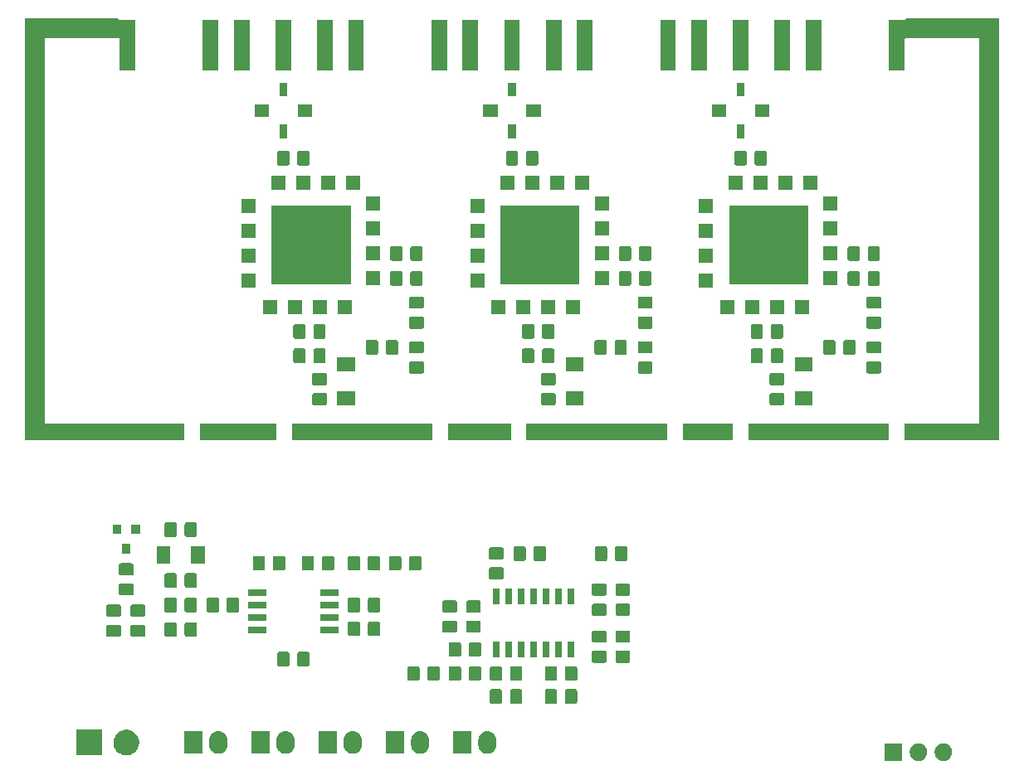
<source format=gbr>
G04 #@! TF.GenerationSoftware,KiCad,Pcbnew,5.1.6+dfsg1-1~bpo10+1*
G04 #@! TF.CreationDate,2020-10-10T21:46:56-04:00*
G04 #@! TF.ProjectId,hardware,68617264-7761-4726-952e-6b696361645f,1.0.0*
G04 #@! TF.SameCoordinates,Original*
G04 #@! TF.FileFunction,Soldermask,Bot*
G04 #@! TF.FilePolarity,Negative*
%FSLAX46Y46*%
G04 Gerber Fmt 4.6, Leading zero omitted, Abs format (unit mm)*
G04 Created by KiCad (PCBNEW 5.1.6+dfsg1-1~bpo10+1) date 2020-10-10 21:46:56*
%MOMM*%
%LPD*%
G01*
G04 APERTURE LIST*
%ADD10C,0.100000*%
G04 APERTURE END LIST*
D10*
G36*
X145145330Y-78900000D02*
G01*
X137145330Y-78900000D01*
X137145330Y-70900000D01*
X145145330Y-70900000D01*
X145145330Y-78900000D01*
G37*
X145145330Y-78900000D02*
X137145330Y-78900000D01*
X137145330Y-70900000D01*
X145145330Y-70900000D01*
X145145330Y-78900000D01*
G36*
X121811998Y-78900000D02*
G01*
X113811998Y-78900000D01*
X113811998Y-70900000D01*
X121811998Y-70900000D01*
X121811998Y-78900000D01*
G37*
X121811998Y-78900000D02*
X113811998Y-78900000D01*
X113811998Y-70900000D01*
X121811998Y-70900000D01*
X121811998Y-78900000D01*
G36*
X98478666Y-78900000D02*
G01*
X90478666Y-78900000D01*
X90478666Y-70900000D01*
X98478666Y-70900000D01*
X98478666Y-78900000D01*
G37*
X98478666Y-78900000D02*
X90478666Y-78900000D01*
X90478666Y-70900000D01*
X98478666Y-70900000D01*
X98478666Y-78900000D01*
G36*
X154832666Y-127626000D02*
G01*
X153030666Y-127626000D01*
X153030666Y-125824000D01*
X154832666Y-125824000D01*
X154832666Y-127626000D01*
G37*
G36*
X159125178Y-125828927D02*
G01*
X159274478Y-125858624D01*
X159438450Y-125926544D01*
X159586020Y-126025147D01*
X159711519Y-126150646D01*
X159810122Y-126298216D01*
X159878042Y-126462188D01*
X159907739Y-126611488D01*
X159912296Y-126634396D01*
X159912666Y-126636259D01*
X159912666Y-126813741D01*
X159878042Y-126987812D01*
X159810122Y-127151784D01*
X159711519Y-127299354D01*
X159586020Y-127424853D01*
X159438450Y-127523456D01*
X159274478Y-127591376D01*
X159125178Y-127621073D01*
X159100408Y-127626000D01*
X158922924Y-127626000D01*
X158898154Y-127621073D01*
X158748854Y-127591376D01*
X158584882Y-127523456D01*
X158437312Y-127424853D01*
X158311813Y-127299354D01*
X158213210Y-127151784D01*
X158145290Y-126987812D01*
X158110666Y-126813741D01*
X158110666Y-126636259D01*
X158111037Y-126634396D01*
X158115593Y-126611488D01*
X158145290Y-126462188D01*
X158213210Y-126298216D01*
X158311813Y-126150646D01*
X158437312Y-126025147D01*
X158584882Y-125926544D01*
X158748854Y-125858624D01*
X158898154Y-125828927D01*
X158922924Y-125824000D01*
X159100408Y-125824000D01*
X159125178Y-125828927D01*
G37*
G36*
X156585178Y-125828927D02*
G01*
X156734478Y-125858624D01*
X156898450Y-125926544D01*
X157046020Y-126025147D01*
X157171519Y-126150646D01*
X157270122Y-126298216D01*
X157338042Y-126462188D01*
X157367739Y-126611488D01*
X157372296Y-126634396D01*
X157372666Y-126636259D01*
X157372666Y-126813741D01*
X157338042Y-126987812D01*
X157270122Y-127151784D01*
X157171519Y-127299354D01*
X157046020Y-127424853D01*
X156898450Y-127523456D01*
X156734478Y-127591376D01*
X156585178Y-127621073D01*
X156560408Y-127626000D01*
X156382924Y-127626000D01*
X156358154Y-127621073D01*
X156208854Y-127591376D01*
X156044882Y-127523456D01*
X155897312Y-127424853D01*
X155771813Y-127299354D01*
X155673210Y-127151784D01*
X155605290Y-126987812D01*
X155570666Y-126813741D01*
X155570666Y-126636259D01*
X155571037Y-126634396D01*
X155575593Y-126611488D01*
X155605290Y-126462188D01*
X155673210Y-126298216D01*
X155771813Y-126150646D01*
X155897312Y-126025147D01*
X156044882Y-125926544D01*
X156208854Y-125858624D01*
X156358154Y-125828927D01*
X156382924Y-125824000D01*
X156560408Y-125824000D01*
X156585178Y-125828927D01*
G37*
G36*
X73140680Y-127050680D02*
G01*
X70539320Y-127050680D01*
X70539320Y-124449320D01*
X73140680Y-124449320D01*
X73140680Y-127050680D01*
G37*
G36*
X76029393Y-124499304D02*
G01*
X76266101Y-124597352D01*
X76266103Y-124597353D01*
X76479135Y-124739696D01*
X76660304Y-124920865D01*
X76802647Y-125133897D01*
X76802648Y-125133899D01*
X76900696Y-125370607D01*
X76950680Y-125621893D01*
X76950680Y-125878107D01*
X76900696Y-126129393D01*
X76815879Y-126334158D01*
X76802647Y-126366103D01*
X76660304Y-126579135D01*
X76479135Y-126760304D01*
X76266103Y-126902647D01*
X76266102Y-126902648D01*
X76266101Y-126902648D01*
X76029393Y-127000696D01*
X75778107Y-127050680D01*
X75521893Y-127050680D01*
X75270607Y-127000696D01*
X75033899Y-126902648D01*
X75033898Y-126902648D01*
X75033897Y-126902647D01*
X74820865Y-126760304D01*
X74639696Y-126579135D01*
X74497353Y-126366103D01*
X74484121Y-126334158D01*
X74399304Y-126129393D01*
X74349320Y-125878107D01*
X74349320Y-125621893D01*
X74399304Y-125370607D01*
X74497352Y-125133899D01*
X74497353Y-125133897D01*
X74639696Y-124920865D01*
X74820865Y-124739696D01*
X75033897Y-124597353D01*
X75033899Y-124597352D01*
X75270607Y-124499304D01*
X75521893Y-124449320D01*
X75778107Y-124449320D01*
X76029393Y-124499304D01*
G37*
G36*
X98943047Y-124612326D02*
G01*
X99116656Y-124664990D01*
X99116658Y-124664991D01*
X99276655Y-124750511D01*
X99416897Y-124865603D01*
X99496229Y-124962271D01*
X99531989Y-125005844D01*
X99617510Y-125165843D01*
X99670174Y-125339452D01*
X99683500Y-125474756D01*
X99683500Y-126025243D01*
X99670174Y-126160548D01*
X99617510Y-126334157D01*
X99531989Y-126494156D01*
X99496229Y-126537729D01*
X99416897Y-126634397D01*
X99320229Y-126713729D01*
X99276656Y-126749489D01*
X99116657Y-126835010D01*
X98943048Y-126887674D01*
X98762500Y-126905456D01*
X98581953Y-126887674D01*
X98408344Y-126835010D01*
X98248345Y-126749489D01*
X98204772Y-126713729D01*
X98108104Y-126634397D01*
X97993013Y-126494157D01*
X97993012Y-126494155D01*
X97907490Y-126334157D01*
X97854826Y-126160548D01*
X97841500Y-126025244D01*
X97841500Y-125474757D01*
X97854826Y-125339453D01*
X97907490Y-125165844D01*
X97993011Y-125005845D01*
X97993012Y-125005844D01*
X98108103Y-124865603D01*
X98204771Y-124786271D01*
X98248344Y-124750511D01*
X98408343Y-124664990D01*
X98581952Y-124612326D01*
X98762500Y-124594544D01*
X98943047Y-124612326D01*
G37*
G36*
X112665548Y-124612326D02*
G01*
X112839157Y-124664990D01*
X112839159Y-124664991D01*
X112999156Y-124750511D01*
X113139398Y-124865603D01*
X113218730Y-124962271D01*
X113254490Y-125005844D01*
X113340011Y-125165843D01*
X113392675Y-125339452D01*
X113406001Y-125474756D01*
X113406001Y-126025243D01*
X113392675Y-126160548D01*
X113340011Y-126334157D01*
X113254490Y-126494156D01*
X113218730Y-126537729D01*
X113139398Y-126634397D01*
X113042730Y-126713729D01*
X112999157Y-126749489D01*
X112839158Y-126835010D01*
X112665549Y-126887674D01*
X112485001Y-126905456D01*
X112304454Y-126887674D01*
X112130845Y-126835010D01*
X111970846Y-126749489D01*
X111927273Y-126713729D01*
X111830605Y-126634397D01*
X111715514Y-126494157D01*
X111715513Y-126494155D01*
X111629991Y-126334157D01*
X111577327Y-126160548D01*
X111564001Y-126025244D01*
X111564001Y-125474757D01*
X111577327Y-125339453D01*
X111629991Y-125165844D01*
X111715512Y-125005845D01*
X111715513Y-125005844D01*
X111830604Y-124865603D01*
X111927272Y-124786271D01*
X111970845Y-124750511D01*
X112130844Y-124664990D01*
X112304453Y-124612326D01*
X112485001Y-124594544D01*
X112665548Y-124612326D01*
G37*
G36*
X105804297Y-124612326D02*
G01*
X105977906Y-124664990D01*
X105977908Y-124664991D01*
X106137905Y-124750511D01*
X106278147Y-124865603D01*
X106357479Y-124962271D01*
X106393239Y-125005844D01*
X106478760Y-125165843D01*
X106531424Y-125339452D01*
X106544750Y-125474756D01*
X106544750Y-126025243D01*
X106531424Y-126160548D01*
X106478760Y-126334157D01*
X106393239Y-126494156D01*
X106357479Y-126537729D01*
X106278147Y-126634397D01*
X106181479Y-126713729D01*
X106137906Y-126749489D01*
X105977907Y-126835010D01*
X105804298Y-126887674D01*
X105623750Y-126905456D01*
X105443203Y-126887674D01*
X105269594Y-126835010D01*
X105109595Y-126749489D01*
X105066022Y-126713729D01*
X104969354Y-126634397D01*
X104854263Y-126494157D01*
X104854262Y-126494155D01*
X104768740Y-126334157D01*
X104716076Y-126160548D01*
X104702750Y-126025244D01*
X104702750Y-125474757D01*
X104716076Y-125339453D01*
X104768740Y-125165844D01*
X104854261Y-125005845D01*
X104854262Y-125005844D01*
X104969353Y-124865603D01*
X105066021Y-124786271D01*
X105109594Y-124750511D01*
X105269593Y-124664990D01*
X105443202Y-124612326D01*
X105623750Y-124594544D01*
X105804297Y-124612326D01*
G37*
G36*
X85220547Y-124612326D02*
G01*
X85394156Y-124664990D01*
X85394158Y-124664991D01*
X85554155Y-124750511D01*
X85694397Y-124865603D01*
X85773729Y-124962271D01*
X85809489Y-125005844D01*
X85895010Y-125165843D01*
X85947674Y-125339452D01*
X85961000Y-125474756D01*
X85961000Y-126025243D01*
X85947674Y-126160548D01*
X85895010Y-126334157D01*
X85809489Y-126494156D01*
X85773729Y-126537729D01*
X85694397Y-126634397D01*
X85597729Y-126713729D01*
X85554156Y-126749489D01*
X85394157Y-126835010D01*
X85220548Y-126887674D01*
X85040000Y-126905456D01*
X84859453Y-126887674D01*
X84685844Y-126835010D01*
X84525845Y-126749489D01*
X84482272Y-126713729D01*
X84385604Y-126634397D01*
X84270513Y-126494157D01*
X84270512Y-126494155D01*
X84184990Y-126334157D01*
X84132326Y-126160548D01*
X84119000Y-126025244D01*
X84119000Y-125474757D01*
X84132326Y-125339453D01*
X84184990Y-125165844D01*
X84270511Y-125005845D01*
X84270512Y-125005844D01*
X84385603Y-124865603D01*
X84482271Y-124786271D01*
X84525844Y-124750511D01*
X84685843Y-124664990D01*
X84859452Y-124612326D01*
X85040000Y-124594544D01*
X85220547Y-124612326D01*
G37*
G36*
X92081797Y-124612326D02*
G01*
X92255406Y-124664990D01*
X92255408Y-124664991D01*
X92415405Y-124750511D01*
X92555647Y-124865603D01*
X92634979Y-124962271D01*
X92670739Y-125005844D01*
X92756260Y-125165843D01*
X92808924Y-125339452D01*
X92822250Y-125474756D01*
X92822250Y-126025243D01*
X92808924Y-126160548D01*
X92756260Y-126334157D01*
X92670739Y-126494156D01*
X92634979Y-126537729D01*
X92555647Y-126634397D01*
X92458979Y-126713729D01*
X92415406Y-126749489D01*
X92255407Y-126835010D01*
X92081798Y-126887674D01*
X91901250Y-126905456D01*
X91720703Y-126887674D01*
X91547094Y-126835010D01*
X91387095Y-126749489D01*
X91343522Y-126713729D01*
X91246854Y-126634397D01*
X91131763Y-126494157D01*
X91131762Y-126494155D01*
X91046240Y-126334157D01*
X90993576Y-126160548D01*
X90980250Y-126025244D01*
X90980250Y-125474757D01*
X90993576Y-125339453D01*
X91046240Y-125165844D01*
X91131761Y-125005845D01*
X91131762Y-125005844D01*
X91246853Y-124865603D01*
X91343521Y-124786271D01*
X91387094Y-124750511D01*
X91547093Y-124664990D01*
X91720702Y-124612326D01*
X91901250Y-124594544D01*
X92081797Y-124612326D01*
G37*
G36*
X104004750Y-126901000D02*
G01*
X102162750Y-126901000D01*
X102162750Y-124599000D01*
X104004750Y-124599000D01*
X104004750Y-126901000D01*
G37*
G36*
X83421000Y-126901000D02*
G01*
X81579000Y-126901000D01*
X81579000Y-124599000D01*
X83421000Y-124599000D01*
X83421000Y-126901000D01*
G37*
G36*
X110866001Y-126901000D02*
G01*
X109024001Y-126901000D01*
X109024001Y-124599000D01*
X110866001Y-124599000D01*
X110866001Y-126901000D01*
G37*
G36*
X97143500Y-126901000D02*
G01*
X95301500Y-126901000D01*
X95301500Y-124599000D01*
X97143500Y-124599000D01*
X97143500Y-126901000D01*
G37*
G36*
X90282250Y-126901000D02*
G01*
X88440250Y-126901000D01*
X88440250Y-124599000D01*
X90282250Y-124599000D01*
X90282250Y-126901000D01*
G37*
G36*
X113838674Y-120303465D02*
G01*
X113876367Y-120314899D01*
X113911103Y-120333466D01*
X113941548Y-120358452D01*
X113966534Y-120388897D01*
X113985101Y-120423633D01*
X113996535Y-120461326D01*
X114001000Y-120506661D01*
X114001000Y-121593339D01*
X113996535Y-121638674D01*
X113985101Y-121676367D01*
X113966534Y-121711103D01*
X113941548Y-121741548D01*
X113911103Y-121766534D01*
X113876367Y-121785101D01*
X113838674Y-121796535D01*
X113793339Y-121801000D01*
X112956661Y-121801000D01*
X112911326Y-121796535D01*
X112873633Y-121785101D01*
X112838897Y-121766534D01*
X112808452Y-121741548D01*
X112783466Y-121711103D01*
X112764899Y-121676367D01*
X112753465Y-121638674D01*
X112749000Y-121593339D01*
X112749000Y-120506661D01*
X112753465Y-120461326D01*
X112764899Y-120423633D01*
X112783466Y-120388897D01*
X112808452Y-120358452D01*
X112838897Y-120333466D01*
X112873633Y-120314899D01*
X112911326Y-120303465D01*
X112956661Y-120299000D01*
X113793339Y-120299000D01*
X113838674Y-120303465D01*
G37*
G36*
X121488674Y-120303465D02*
G01*
X121526367Y-120314899D01*
X121561103Y-120333466D01*
X121591548Y-120358452D01*
X121616534Y-120388897D01*
X121635101Y-120423633D01*
X121646535Y-120461326D01*
X121651000Y-120506661D01*
X121651000Y-121593339D01*
X121646535Y-121638674D01*
X121635101Y-121676367D01*
X121616534Y-121711103D01*
X121591548Y-121741548D01*
X121561103Y-121766534D01*
X121526367Y-121785101D01*
X121488674Y-121796535D01*
X121443339Y-121801000D01*
X120606661Y-121801000D01*
X120561326Y-121796535D01*
X120523633Y-121785101D01*
X120488897Y-121766534D01*
X120458452Y-121741548D01*
X120433466Y-121711103D01*
X120414899Y-121676367D01*
X120403465Y-121638674D01*
X120399000Y-121593339D01*
X120399000Y-120506661D01*
X120403465Y-120461326D01*
X120414899Y-120423633D01*
X120433466Y-120388897D01*
X120458452Y-120358452D01*
X120488897Y-120333466D01*
X120523633Y-120314899D01*
X120561326Y-120303465D01*
X120606661Y-120299000D01*
X121443339Y-120299000D01*
X121488674Y-120303465D01*
G37*
G36*
X119438674Y-120303465D02*
G01*
X119476367Y-120314899D01*
X119511103Y-120333466D01*
X119541548Y-120358452D01*
X119566534Y-120388897D01*
X119585101Y-120423633D01*
X119596535Y-120461326D01*
X119601000Y-120506661D01*
X119601000Y-121593339D01*
X119596535Y-121638674D01*
X119585101Y-121676367D01*
X119566534Y-121711103D01*
X119541548Y-121741548D01*
X119511103Y-121766534D01*
X119476367Y-121785101D01*
X119438674Y-121796535D01*
X119393339Y-121801000D01*
X118556661Y-121801000D01*
X118511326Y-121796535D01*
X118473633Y-121785101D01*
X118438897Y-121766534D01*
X118408452Y-121741548D01*
X118383466Y-121711103D01*
X118364899Y-121676367D01*
X118353465Y-121638674D01*
X118349000Y-121593339D01*
X118349000Y-120506661D01*
X118353465Y-120461326D01*
X118364899Y-120423633D01*
X118383466Y-120388897D01*
X118408452Y-120358452D01*
X118438897Y-120333466D01*
X118473633Y-120314899D01*
X118511326Y-120303465D01*
X118556661Y-120299000D01*
X119393339Y-120299000D01*
X119438674Y-120303465D01*
G37*
G36*
X115888674Y-120303465D02*
G01*
X115926367Y-120314899D01*
X115961103Y-120333466D01*
X115991548Y-120358452D01*
X116016534Y-120388897D01*
X116035101Y-120423633D01*
X116046535Y-120461326D01*
X116051000Y-120506661D01*
X116051000Y-121593339D01*
X116046535Y-121638674D01*
X116035101Y-121676367D01*
X116016534Y-121711103D01*
X115991548Y-121741548D01*
X115961103Y-121766534D01*
X115926367Y-121785101D01*
X115888674Y-121796535D01*
X115843339Y-121801000D01*
X115006661Y-121801000D01*
X114961326Y-121796535D01*
X114923633Y-121785101D01*
X114888897Y-121766534D01*
X114858452Y-121741548D01*
X114833466Y-121711103D01*
X114814899Y-121676367D01*
X114803465Y-121638674D01*
X114799000Y-121593339D01*
X114799000Y-120506661D01*
X114803465Y-120461326D01*
X114814899Y-120423633D01*
X114833466Y-120388897D01*
X114858452Y-120358452D01*
X114888897Y-120333466D01*
X114923633Y-120314899D01*
X114961326Y-120303465D01*
X115006661Y-120299000D01*
X115843339Y-120299000D01*
X115888674Y-120303465D01*
G37*
G36*
X111688674Y-117953465D02*
G01*
X111726367Y-117964899D01*
X111761103Y-117983466D01*
X111791548Y-118008452D01*
X111816534Y-118038897D01*
X111835101Y-118073633D01*
X111846535Y-118111326D01*
X111851000Y-118156661D01*
X111851000Y-119243339D01*
X111846535Y-119288674D01*
X111835101Y-119326367D01*
X111816534Y-119361103D01*
X111791548Y-119391548D01*
X111761103Y-119416534D01*
X111726367Y-119435101D01*
X111688674Y-119446535D01*
X111643339Y-119451000D01*
X110806661Y-119451000D01*
X110761326Y-119446535D01*
X110723633Y-119435101D01*
X110688897Y-119416534D01*
X110658452Y-119391548D01*
X110633466Y-119361103D01*
X110614899Y-119326367D01*
X110603465Y-119288674D01*
X110599000Y-119243339D01*
X110599000Y-118156661D01*
X110603465Y-118111326D01*
X110614899Y-118073633D01*
X110633466Y-118038897D01*
X110658452Y-118008452D01*
X110688897Y-117983466D01*
X110723633Y-117964899D01*
X110761326Y-117953465D01*
X110806661Y-117949000D01*
X111643339Y-117949000D01*
X111688674Y-117953465D01*
G37*
G36*
X119438674Y-117953465D02*
G01*
X119476367Y-117964899D01*
X119511103Y-117983466D01*
X119541548Y-118008452D01*
X119566534Y-118038897D01*
X119585101Y-118073633D01*
X119596535Y-118111326D01*
X119601000Y-118156661D01*
X119601000Y-119243339D01*
X119596535Y-119288674D01*
X119585101Y-119326367D01*
X119566534Y-119361103D01*
X119541548Y-119391548D01*
X119511103Y-119416534D01*
X119476367Y-119435101D01*
X119438674Y-119446535D01*
X119393339Y-119451000D01*
X118556661Y-119451000D01*
X118511326Y-119446535D01*
X118473633Y-119435101D01*
X118438897Y-119416534D01*
X118408452Y-119391548D01*
X118383466Y-119361103D01*
X118364899Y-119326367D01*
X118353465Y-119288674D01*
X118349000Y-119243339D01*
X118349000Y-118156661D01*
X118353465Y-118111326D01*
X118364899Y-118073633D01*
X118383466Y-118038897D01*
X118408452Y-118008452D01*
X118438897Y-117983466D01*
X118473633Y-117964899D01*
X118511326Y-117953465D01*
X118556661Y-117949000D01*
X119393339Y-117949000D01*
X119438674Y-117953465D01*
G37*
G36*
X121488674Y-117953465D02*
G01*
X121526367Y-117964899D01*
X121561103Y-117983466D01*
X121591548Y-118008452D01*
X121616534Y-118038897D01*
X121635101Y-118073633D01*
X121646535Y-118111326D01*
X121651000Y-118156661D01*
X121651000Y-119243339D01*
X121646535Y-119288674D01*
X121635101Y-119326367D01*
X121616534Y-119361103D01*
X121591548Y-119391548D01*
X121561103Y-119416534D01*
X121526367Y-119435101D01*
X121488674Y-119446535D01*
X121443339Y-119451000D01*
X120606661Y-119451000D01*
X120561326Y-119446535D01*
X120523633Y-119435101D01*
X120488897Y-119416534D01*
X120458452Y-119391548D01*
X120433466Y-119361103D01*
X120414899Y-119326367D01*
X120403465Y-119288674D01*
X120399000Y-119243339D01*
X120399000Y-118156661D01*
X120403465Y-118111326D01*
X120414899Y-118073633D01*
X120433466Y-118038897D01*
X120458452Y-118008452D01*
X120488897Y-117983466D01*
X120523633Y-117964899D01*
X120561326Y-117953465D01*
X120606661Y-117949000D01*
X121443339Y-117949000D01*
X121488674Y-117953465D01*
G37*
G36*
X105413674Y-117953465D02*
G01*
X105451367Y-117964899D01*
X105486103Y-117983466D01*
X105516548Y-118008452D01*
X105541534Y-118038897D01*
X105560101Y-118073633D01*
X105571535Y-118111326D01*
X105576000Y-118156661D01*
X105576000Y-119243339D01*
X105571535Y-119288674D01*
X105560101Y-119326367D01*
X105541534Y-119361103D01*
X105516548Y-119391548D01*
X105486103Y-119416534D01*
X105451367Y-119435101D01*
X105413674Y-119446535D01*
X105368339Y-119451000D01*
X104531661Y-119451000D01*
X104486326Y-119446535D01*
X104448633Y-119435101D01*
X104413897Y-119416534D01*
X104383452Y-119391548D01*
X104358466Y-119361103D01*
X104339899Y-119326367D01*
X104328465Y-119288674D01*
X104324000Y-119243339D01*
X104324000Y-118156661D01*
X104328465Y-118111326D01*
X104339899Y-118073633D01*
X104358466Y-118038897D01*
X104383452Y-118008452D01*
X104413897Y-117983466D01*
X104448633Y-117964899D01*
X104486326Y-117953465D01*
X104531661Y-117949000D01*
X105368339Y-117949000D01*
X105413674Y-117953465D01*
G37*
G36*
X107463674Y-117953465D02*
G01*
X107501367Y-117964899D01*
X107536103Y-117983466D01*
X107566548Y-118008452D01*
X107591534Y-118038897D01*
X107610101Y-118073633D01*
X107621535Y-118111326D01*
X107626000Y-118156661D01*
X107626000Y-119243339D01*
X107621535Y-119288674D01*
X107610101Y-119326367D01*
X107591534Y-119361103D01*
X107566548Y-119391548D01*
X107536103Y-119416534D01*
X107501367Y-119435101D01*
X107463674Y-119446535D01*
X107418339Y-119451000D01*
X106581661Y-119451000D01*
X106536326Y-119446535D01*
X106498633Y-119435101D01*
X106463897Y-119416534D01*
X106433452Y-119391548D01*
X106408466Y-119361103D01*
X106389899Y-119326367D01*
X106378465Y-119288674D01*
X106374000Y-119243339D01*
X106374000Y-118156661D01*
X106378465Y-118111326D01*
X106389899Y-118073633D01*
X106408466Y-118038897D01*
X106433452Y-118008452D01*
X106463897Y-117983466D01*
X106498633Y-117964899D01*
X106536326Y-117953465D01*
X106581661Y-117949000D01*
X107418339Y-117949000D01*
X107463674Y-117953465D01*
G37*
G36*
X113838674Y-117953465D02*
G01*
X113876367Y-117964899D01*
X113911103Y-117983466D01*
X113941548Y-118008452D01*
X113966534Y-118038897D01*
X113985101Y-118073633D01*
X113996535Y-118111326D01*
X114001000Y-118156661D01*
X114001000Y-119243339D01*
X113996535Y-119288674D01*
X113985101Y-119326367D01*
X113966534Y-119361103D01*
X113941548Y-119391548D01*
X113911103Y-119416534D01*
X113876367Y-119435101D01*
X113838674Y-119446535D01*
X113793339Y-119451000D01*
X112956661Y-119451000D01*
X112911326Y-119446535D01*
X112873633Y-119435101D01*
X112838897Y-119416534D01*
X112808452Y-119391548D01*
X112783466Y-119361103D01*
X112764899Y-119326367D01*
X112753465Y-119288674D01*
X112749000Y-119243339D01*
X112749000Y-118156661D01*
X112753465Y-118111326D01*
X112764899Y-118073633D01*
X112783466Y-118038897D01*
X112808452Y-118008452D01*
X112838897Y-117983466D01*
X112873633Y-117964899D01*
X112911326Y-117953465D01*
X112956661Y-117949000D01*
X113793339Y-117949000D01*
X113838674Y-117953465D01*
G37*
G36*
X109638674Y-117953465D02*
G01*
X109676367Y-117964899D01*
X109711103Y-117983466D01*
X109741548Y-118008452D01*
X109766534Y-118038897D01*
X109785101Y-118073633D01*
X109796535Y-118111326D01*
X109801000Y-118156661D01*
X109801000Y-119243339D01*
X109796535Y-119288674D01*
X109785101Y-119326367D01*
X109766534Y-119361103D01*
X109741548Y-119391548D01*
X109711103Y-119416534D01*
X109676367Y-119435101D01*
X109638674Y-119446535D01*
X109593339Y-119451000D01*
X108756661Y-119451000D01*
X108711326Y-119446535D01*
X108673633Y-119435101D01*
X108638897Y-119416534D01*
X108608452Y-119391548D01*
X108583466Y-119361103D01*
X108564899Y-119326367D01*
X108553465Y-119288674D01*
X108549000Y-119243339D01*
X108549000Y-118156661D01*
X108553465Y-118111326D01*
X108564899Y-118073633D01*
X108583466Y-118038897D01*
X108608452Y-118008452D01*
X108638897Y-117983466D01*
X108673633Y-117964899D01*
X108711326Y-117953465D01*
X108756661Y-117949000D01*
X109593339Y-117949000D01*
X109638674Y-117953465D01*
G37*
G36*
X115888674Y-117953465D02*
G01*
X115926367Y-117964899D01*
X115961103Y-117983466D01*
X115991548Y-118008452D01*
X116016534Y-118038897D01*
X116035101Y-118073633D01*
X116046535Y-118111326D01*
X116051000Y-118156661D01*
X116051000Y-119243339D01*
X116046535Y-119288674D01*
X116035101Y-119326367D01*
X116016534Y-119361103D01*
X115991548Y-119391548D01*
X115961103Y-119416534D01*
X115926367Y-119435101D01*
X115888674Y-119446535D01*
X115843339Y-119451000D01*
X115006661Y-119451000D01*
X114961326Y-119446535D01*
X114923633Y-119435101D01*
X114888897Y-119416534D01*
X114858452Y-119391548D01*
X114833466Y-119361103D01*
X114814899Y-119326367D01*
X114803465Y-119288674D01*
X114799000Y-119243339D01*
X114799000Y-118156661D01*
X114803465Y-118111326D01*
X114814899Y-118073633D01*
X114833466Y-118038897D01*
X114858452Y-118008452D01*
X114888897Y-117983466D01*
X114923633Y-117964899D01*
X114961326Y-117953465D01*
X115006661Y-117949000D01*
X115843339Y-117949000D01*
X115888674Y-117953465D01*
G37*
G36*
X94188674Y-116483465D02*
G01*
X94226367Y-116494899D01*
X94261103Y-116513466D01*
X94291548Y-116538452D01*
X94316534Y-116568897D01*
X94335101Y-116603633D01*
X94346535Y-116641326D01*
X94351000Y-116686661D01*
X94351000Y-117773339D01*
X94346535Y-117818674D01*
X94335101Y-117856367D01*
X94316534Y-117891103D01*
X94291548Y-117921548D01*
X94261103Y-117946534D01*
X94226367Y-117965101D01*
X94188674Y-117976535D01*
X94143339Y-117981000D01*
X93306661Y-117981000D01*
X93261326Y-117976535D01*
X93223633Y-117965101D01*
X93188897Y-117946534D01*
X93158452Y-117921548D01*
X93133466Y-117891103D01*
X93114899Y-117856367D01*
X93103465Y-117818674D01*
X93099000Y-117773339D01*
X93099000Y-116686661D01*
X93103465Y-116641326D01*
X93114899Y-116603633D01*
X93133466Y-116568897D01*
X93158452Y-116538452D01*
X93188897Y-116513466D01*
X93223633Y-116494899D01*
X93261326Y-116483465D01*
X93306661Y-116479000D01*
X94143339Y-116479000D01*
X94188674Y-116483465D01*
G37*
G36*
X92138674Y-116483465D02*
G01*
X92176367Y-116494899D01*
X92211103Y-116513466D01*
X92241548Y-116538452D01*
X92266534Y-116568897D01*
X92285101Y-116603633D01*
X92296535Y-116641326D01*
X92301000Y-116686661D01*
X92301000Y-117773339D01*
X92296535Y-117818674D01*
X92285101Y-117856367D01*
X92266534Y-117891103D01*
X92241548Y-117921548D01*
X92211103Y-117946534D01*
X92176367Y-117965101D01*
X92138674Y-117976535D01*
X92093339Y-117981000D01*
X91256661Y-117981000D01*
X91211326Y-117976535D01*
X91173633Y-117965101D01*
X91138897Y-117946534D01*
X91108452Y-117921548D01*
X91083466Y-117891103D01*
X91064899Y-117856367D01*
X91053465Y-117818674D01*
X91049000Y-117773339D01*
X91049000Y-116686661D01*
X91053465Y-116641326D01*
X91064899Y-116603633D01*
X91083466Y-116568897D01*
X91108452Y-116538452D01*
X91138897Y-116513466D01*
X91173633Y-116494899D01*
X91211326Y-116483465D01*
X91256661Y-116479000D01*
X92093339Y-116479000D01*
X92138674Y-116483465D01*
G37*
G36*
X124488674Y-116353465D02*
G01*
X124526367Y-116364899D01*
X124561103Y-116383466D01*
X124591548Y-116408452D01*
X124616534Y-116438897D01*
X124635101Y-116473633D01*
X124646535Y-116511326D01*
X124651000Y-116556661D01*
X124651000Y-117393339D01*
X124646535Y-117438674D01*
X124635101Y-117476367D01*
X124616534Y-117511103D01*
X124591548Y-117541548D01*
X124561103Y-117566534D01*
X124526367Y-117585101D01*
X124488674Y-117596535D01*
X124443339Y-117601000D01*
X123356661Y-117601000D01*
X123311326Y-117596535D01*
X123273633Y-117585101D01*
X123238897Y-117566534D01*
X123208452Y-117541548D01*
X123183466Y-117511103D01*
X123164899Y-117476367D01*
X123153465Y-117438674D01*
X123149000Y-117393339D01*
X123149000Y-116556661D01*
X123153465Y-116511326D01*
X123164899Y-116473633D01*
X123183466Y-116438897D01*
X123208452Y-116408452D01*
X123238897Y-116383466D01*
X123273633Y-116364899D01*
X123311326Y-116353465D01*
X123356661Y-116349000D01*
X124443339Y-116349000D01*
X124488674Y-116353465D01*
G37*
G36*
X126888674Y-116353465D02*
G01*
X126926367Y-116364899D01*
X126961103Y-116383466D01*
X126991548Y-116408452D01*
X127016534Y-116438897D01*
X127035101Y-116473633D01*
X127046535Y-116511326D01*
X127051000Y-116556661D01*
X127051000Y-117393339D01*
X127046535Y-117438674D01*
X127035101Y-117476367D01*
X127016534Y-117511103D01*
X126991548Y-117541548D01*
X126961103Y-117566534D01*
X126926367Y-117585101D01*
X126888674Y-117596535D01*
X126843339Y-117601000D01*
X125756661Y-117601000D01*
X125711326Y-117596535D01*
X125673633Y-117585101D01*
X125638897Y-117566534D01*
X125608452Y-117541548D01*
X125583466Y-117511103D01*
X125564899Y-117476367D01*
X125553465Y-117438674D01*
X125549000Y-117393339D01*
X125549000Y-116556661D01*
X125553465Y-116511326D01*
X125564899Y-116473633D01*
X125583466Y-116438897D01*
X125608452Y-116408452D01*
X125638897Y-116383466D01*
X125673633Y-116364899D01*
X125711326Y-116353465D01*
X125756661Y-116349000D01*
X126843339Y-116349000D01*
X126888674Y-116353465D01*
G37*
G36*
X120091000Y-117051000D02*
G01*
X119389000Y-117051000D01*
X119389000Y-115449000D01*
X120091000Y-115449000D01*
X120091000Y-117051000D01*
G37*
G36*
X117551000Y-117051000D02*
G01*
X116849000Y-117051000D01*
X116849000Y-115449000D01*
X117551000Y-115449000D01*
X117551000Y-117051000D01*
G37*
G36*
X118821000Y-117051000D02*
G01*
X118119000Y-117051000D01*
X118119000Y-115449000D01*
X118821000Y-115449000D01*
X118821000Y-117051000D01*
G37*
G36*
X121361000Y-117051000D02*
G01*
X120659000Y-117051000D01*
X120659000Y-115449000D01*
X121361000Y-115449000D01*
X121361000Y-117051000D01*
G37*
G36*
X115011000Y-117051000D02*
G01*
X114309000Y-117051000D01*
X114309000Y-115449000D01*
X115011000Y-115449000D01*
X115011000Y-117051000D01*
G37*
G36*
X113741000Y-117051000D02*
G01*
X113039000Y-117051000D01*
X113039000Y-115449000D01*
X113741000Y-115449000D01*
X113741000Y-117051000D01*
G37*
G36*
X116281000Y-117051000D02*
G01*
X115579000Y-117051000D01*
X115579000Y-115449000D01*
X116281000Y-115449000D01*
X116281000Y-117051000D01*
G37*
G36*
X109638674Y-115503465D02*
G01*
X109676367Y-115514899D01*
X109711103Y-115533466D01*
X109741548Y-115558452D01*
X109766534Y-115588897D01*
X109785101Y-115623633D01*
X109796535Y-115661326D01*
X109801000Y-115706661D01*
X109801000Y-116793339D01*
X109796535Y-116838674D01*
X109785101Y-116876367D01*
X109766534Y-116911103D01*
X109741548Y-116941548D01*
X109711103Y-116966534D01*
X109676367Y-116985101D01*
X109638674Y-116996535D01*
X109593339Y-117001000D01*
X108756661Y-117001000D01*
X108711326Y-116996535D01*
X108673633Y-116985101D01*
X108638897Y-116966534D01*
X108608452Y-116941548D01*
X108583466Y-116911103D01*
X108564899Y-116876367D01*
X108553465Y-116838674D01*
X108549000Y-116793339D01*
X108549000Y-115706661D01*
X108553465Y-115661326D01*
X108564899Y-115623633D01*
X108583466Y-115588897D01*
X108608452Y-115558452D01*
X108638897Y-115533466D01*
X108673633Y-115514899D01*
X108711326Y-115503465D01*
X108756661Y-115499000D01*
X109593339Y-115499000D01*
X109638674Y-115503465D01*
G37*
G36*
X111688674Y-115503465D02*
G01*
X111726367Y-115514899D01*
X111761103Y-115533466D01*
X111791548Y-115558452D01*
X111816534Y-115588897D01*
X111835101Y-115623633D01*
X111846535Y-115661326D01*
X111851000Y-115706661D01*
X111851000Y-116793339D01*
X111846535Y-116838674D01*
X111835101Y-116876367D01*
X111816534Y-116911103D01*
X111791548Y-116941548D01*
X111761103Y-116966534D01*
X111726367Y-116985101D01*
X111688674Y-116996535D01*
X111643339Y-117001000D01*
X110806661Y-117001000D01*
X110761326Y-116996535D01*
X110723633Y-116985101D01*
X110688897Y-116966534D01*
X110658452Y-116941548D01*
X110633466Y-116911103D01*
X110614899Y-116876367D01*
X110603465Y-116838674D01*
X110599000Y-116793339D01*
X110599000Y-115706661D01*
X110603465Y-115661326D01*
X110614899Y-115623633D01*
X110633466Y-115588897D01*
X110658452Y-115558452D01*
X110688897Y-115533466D01*
X110723633Y-115514899D01*
X110761326Y-115503465D01*
X110806661Y-115499000D01*
X111643339Y-115499000D01*
X111688674Y-115503465D01*
G37*
G36*
X124488674Y-114303465D02*
G01*
X124526367Y-114314899D01*
X124561103Y-114333466D01*
X124591548Y-114358452D01*
X124616534Y-114388897D01*
X124635101Y-114423633D01*
X124646535Y-114461326D01*
X124651000Y-114506661D01*
X124651000Y-115343339D01*
X124646535Y-115388674D01*
X124635101Y-115426367D01*
X124616534Y-115461103D01*
X124591548Y-115491548D01*
X124561103Y-115516534D01*
X124526367Y-115535101D01*
X124488674Y-115546535D01*
X124443339Y-115551000D01*
X123356661Y-115551000D01*
X123311326Y-115546535D01*
X123273633Y-115535101D01*
X123238897Y-115516534D01*
X123208452Y-115491548D01*
X123183466Y-115461103D01*
X123164899Y-115426367D01*
X123153465Y-115388674D01*
X123149000Y-115343339D01*
X123149000Y-114506661D01*
X123153465Y-114461326D01*
X123164899Y-114423633D01*
X123183466Y-114388897D01*
X123208452Y-114358452D01*
X123238897Y-114333466D01*
X123273633Y-114314899D01*
X123311326Y-114303465D01*
X123356661Y-114299000D01*
X124443339Y-114299000D01*
X124488674Y-114303465D01*
G37*
G36*
X126888674Y-114303465D02*
G01*
X126926367Y-114314899D01*
X126961103Y-114333466D01*
X126991548Y-114358452D01*
X127016534Y-114388897D01*
X127035101Y-114423633D01*
X127046535Y-114461326D01*
X127051000Y-114506661D01*
X127051000Y-115343339D01*
X127046535Y-115388674D01*
X127035101Y-115426367D01*
X127016534Y-115461103D01*
X126991548Y-115491548D01*
X126961103Y-115516534D01*
X126926367Y-115535101D01*
X126888674Y-115546535D01*
X126843339Y-115551000D01*
X125756661Y-115551000D01*
X125711326Y-115546535D01*
X125673633Y-115535101D01*
X125638897Y-115516534D01*
X125608452Y-115491548D01*
X125583466Y-115461103D01*
X125564899Y-115426367D01*
X125553465Y-115388674D01*
X125549000Y-115343339D01*
X125549000Y-114506661D01*
X125553465Y-114461326D01*
X125564899Y-114423633D01*
X125583466Y-114388897D01*
X125608452Y-114358452D01*
X125638897Y-114333466D01*
X125673633Y-114314899D01*
X125711326Y-114303465D01*
X125756661Y-114299000D01*
X126843339Y-114299000D01*
X126888674Y-114303465D01*
G37*
G36*
X77425878Y-113711008D02*
G01*
X77463571Y-113722442D01*
X77498307Y-113741009D01*
X77528752Y-113765995D01*
X77553738Y-113796440D01*
X77572305Y-113831176D01*
X77583739Y-113868869D01*
X77588204Y-113914204D01*
X77588204Y-114750882D01*
X77583739Y-114796217D01*
X77572305Y-114833910D01*
X77553738Y-114868646D01*
X77528752Y-114899091D01*
X77498307Y-114924077D01*
X77463571Y-114942644D01*
X77425878Y-114954078D01*
X77380543Y-114958543D01*
X76293865Y-114958543D01*
X76248530Y-114954078D01*
X76210837Y-114942644D01*
X76176101Y-114924077D01*
X76145656Y-114899091D01*
X76120670Y-114868646D01*
X76102103Y-114833910D01*
X76090669Y-114796217D01*
X76086204Y-114750882D01*
X76086204Y-113914204D01*
X76090669Y-113868869D01*
X76102103Y-113831176D01*
X76120670Y-113796440D01*
X76145656Y-113765995D01*
X76176101Y-113741009D01*
X76210837Y-113722442D01*
X76248530Y-113711008D01*
X76293865Y-113706543D01*
X77380543Y-113706543D01*
X77425878Y-113711008D01*
G37*
G36*
X74925878Y-113711008D02*
G01*
X74963571Y-113722442D01*
X74998307Y-113741009D01*
X75028752Y-113765995D01*
X75053738Y-113796440D01*
X75072305Y-113831176D01*
X75083739Y-113868869D01*
X75088204Y-113914204D01*
X75088204Y-114750882D01*
X75083739Y-114796217D01*
X75072305Y-114833910D01*
X75053738Y-114868646D01*
X75028752Y-114899091D01*
X74998307Y-114924077D01*
X74963571Y-114942644D01*
X74925878Y-114954078D01*
X74880543Y-114958543D01*
X73793865Y-114958543D01*
X73748530Y-114954078D01*
X73710837Y-114942644D01*
X73676101Y-114924077D01*
X73645656Y-114899091D01*
X73620670Y-114868646D01*
X73602103Y-114833910D01*
X73590669Y-114796217D01*
X73586204Y-114750882D01*
X73586204Y-113914204D01*
X73590669Y-113868869D01*
X73602103Y-113831176D01*
X73620670Y-113796440D01*
X73645656Y-113765995D01*
X73676101Y-113741009D01*
X73710837Y-113722442D01*
X73748530Y-113711008D01*
X73793865Y-113706543D01*
X74880543Y-113706543D01*
X74925878Y-113711008D01*
G37*
G36*
X82688674Y-113453465D02*
G01*
X82726367Y-113464899D01*
X82761103Y-113483466D01*
X82791548Y-113508452D01*
X82816534Y-113538897D01*
X82835101Y-113573633D01*
X82846535Y-113611326D01*
X82851000Y-113656661D01*
X82851000Y-114743339D01*
X82846535Y-114788674D01*
X82835101Y-114826367D01*
X82816534Y-114861103D01*
X82791548Y-114891548D01*
X82761103Y-114916534D01*
X82726367Y-114935101D01*
X82688674Y-114946535D01*
X82643339Y-114951000D01*
X81806661Y-114951000D01*
X81761326Y-114946535D01*
X81723633Y-114935101D01*
X81688897Y-114916534D01*
X81658452Y-114891548D01*
X81633466Y-114861103D01*
X81614899Y-114826367D01*
X81603465Y-114788674D01*
X81599000Y-114743339D01*
X81599000Y-113656661D01*
X81603465Y-113611326D01*
X81614899Y-113573633D01*
X81633466Y-113538897D01*
X81658452Y-113508452D01*
X81688897Y-113483466D01*
X81723633Y-113464899D01*
X81761326Y-113453465D01*
X81806661Y-113449000D01*
X82643339Y-113449000D01*
X82688674Y-113453465D01*
G37*
G36*
X80638674Y-113453465D02*
G01*
X80676367Y-113464899D01*
X80711103Y-113483466D01*
X80741548Y-113508452D01*
X80766534Y-113538897D01*
X80785101Y-113573633D01*
X80796535Y-113611326D01*
X80801000Y-113656661D01*
X80801000Y-114743339D01*
X80796535Y-114788674D01*
X80785101Y-114826367D01*
X80766534Y-114861103D01*
X80741548Y-114891548D01*
X80711103Y-114916534D01*
X80676367Y-114935101D01*
X80638674Y-114946535D01*
X80593339Y-114951000D01*
X79756661Y-114951000D01*
X79711326Y-114946535D01*
X79673633Y-114935101D01*
X79638897Y-114916534D01*
X79608452Y-114891548D01*
X79583466Y-114861103D01*
X79564899Y-114826367D01*
X79553465Y-114788674D01*
X79549000Y-114743339D01*
X79549000Y-113656661D01*
X79553465Y-113611326D01*
X79564899Y-113573633D01*
X79583466Y-113538897D01*
X79608452Y-113508452D01*
X79638897Y-113483466D01*
X79673633Y-113464899D01*
X79711326Y-113453465D01*
X79756661Y-113449000D01*
X80593339Y-113449000D01*
X80638674Y-113453465D01*
G37*
G36*
X99338674Y-113383465D02*
G01*
X99376367Y-113394899D01*
X99411103Y-113413466D01*
X99441548Y-113438452D01*
X99466534Y-113468897D01*
X99485101Y-113503633D01*
X99496535Y-113541326D01*
X99501000Y-113586661D01*
X99501000Y-114673339D01*
X99496535Y-114718674D01*
X99485101Y-114756367D01*
X99466534Y-114791103D01*
X99441548Y-114821548D01*
X99411103Y-114846534D01*
X99376367Y-114865101D01*
X99338674Y-114876535D01*
X99293339Y-114881000D01*
X98456661Y-114881000D01*
X98411326Y-114876535D01*
X98373633Y-114865101D01*
X98338897Y-114846534D01*
X98308452Y-114821548D01*
X98283466Y-114791103D01*
X98264899Y-114756367D01*
X98253465Y-114718674D01*
X98249000Y-114673339D01*
X98249000Y-113586661D01*
X98253465Y-113541326D01*
X98264899Y-113503633D01*
X98283466Y-113468897D01*
X98308452Y-113438452D01*
X98338897Y-113413466D01*
X98373633Y-113394899D01*
X98411326Y-113383465D01*
X98456661Y-113379000D01*
X99293339Y-113379000D01*
X99338674Y-113383465D01*
G37*
G36*
X101388674Y-113383465D02*
G01*
X101426367Y-113394899D01*
X101461103Y-113413466D01*
X101491548Y-113438452D01*
X101516534Y-113468897D01*
X101535101Y-113503633D01*
X101546535Y-113541326D01*
X101551000Y-113586661D01*
X101551000Y-114673339D01*
X101546535Y-114718674D01*
X101535101Y-114756367D01*
X101516534Y-114791103D01*
X101491548Y-114821548D01*
X101461103Y-114846534D01*
X101426367Y-114865101D01*
X101388674Y-114876535D01*
X101343339Y-114881000D01*
X100506661Y-114881000D01*
X100461326Y-114876535D01*
X100423633Y-114865101D01*
X100388897Y-114846534D01*
X100358452Y-114821548D01*
X100333466Y-114791103D01*
X100314899Y-114756367D01*
X100303465Y-114718674D01*
X100299000Y-114673339D01*
X100299000Y-113586661D01*
X100303465Y-113541326D01*
X100314899Y-113503633D01*
X100333466Y-113468897D01*
X100358452Y-113438452D01*
X100388897Y-113413466D01*
X100423633Y-113394899D01*
X100461326Y-113383465D01*
X100506661Y-113379000D01*
X101343339Y-113379000D01*
X101388674Y-113383465D01*
G37*
G36*
X89926000Y-114561000D02*
G01*
X88074000Y-114561000D01*
X88074000Y-113909000D01*
X89926000Y-113909000D01*
X89926000Y-114561000D01*
G37*
G36*
X97326000Y-114561000D02*
G01*
X95474000Y-114561000D01*
X95474000Y-113909000D01*
X97326000Y-113909000D01*
X97326000Y-114561000D01*
G37*
G36*
X111661180Y-113287515D02*
G01*
X111698873Y-113298949D01*
X111733609Y-113317516D01*
X111764054Y-113342502D01*
X111789040Y-113372947D01*
X111807607Y-113407683D01*
X111819041Y-113445376D01*
X111823506Y-113490711D01*
X111823506Y-114327389D01*
X111819041Y-114372724D01*
X111807607Y-114410417D01*
X111789040Y-114445153D01*
X111764054Y-114475598D01*
X111733609Y-114500584D01*
X111698873Y-114519151D01*
X111661180Y-114530585D01*
X111615845Y-114535050D01*
X110529167Y-114535050D01*
X110483832Y-114530585D01*
X110446139Y-114519151D01*
X110411403Y-114500584D01*
X110380958Y-114475598D01*
X110355972Y-114445153D01*
X110337405Y-114410417D01*
X110325971Y-114372724D01*
X110321506Y-114327389D01*
X110321506Y-113490711D01*
X110325971Y-113445376D01*
X110337405Y-113407683D01*
X110355972Y-113372947D01*
X110380958Y-113342502D01*
X110411403Y-113317516D01*
X110446139Y-113298949D01*
X110483832Y-113287515D01*
X110529167Y-113283050D01*
X111615845Y-113283050D01*
X111661180Y-113287515D01*
G37*
G36*
X109230412Y-113287515D02*
G01*
X109268105Y-113298949D01*
X109302841Y-113317516D01*
X109333286Y-113342502D01*
X109358272Y-113372947D01*
X109376839Y-113407683D01*
X109388273Y-113445376D01*
X109392738Y-113490711D01*
X109392738Y-114327389D01*
X109388273Y-114372724D01*
X109376839Y-114410417D01*
X109358272Y-114445153D01*
X109333286Y-114475598D01*
X109302841Y-114500584D01*
X109268105Y-114519151D01*
X109230412Y-114530585D01*
X109185077Y-114535050D01*
X108098399Y-114535050D01*
X108053064Y-114530585D01*
X108015371Y-114519151D01*
X107980635Y-114500584D01*
X107950190Y-114475598D01*
X107925204Y-114445153D01*
X107906637Y-114410417D01*
X107895203Y-114372724D01*
X107890738Y-114327389D01*
X107890738Y-113490711D01*
X107895203Y-113445376D01*
X107906637Y-113407683D01*
X107925204Y-113372947D01*
X107950190Y-113342502D01*
X107980635Y-113317516D01*
X108015371Y-113298949D01*
X108053064Y-113287515D01*
X108098399Y-113283050D01*
X109185077Y-113283050D01*
X109230412Y-113287515D01*
G37*
G36*
X89926000Y-113291000D02*
G01*
X88074000Y-113291000D01*
X88074000Y-112639000D01*
X89926000Y-112639000D01*
X89926000Y-113291000D01*
G37*
G36*
X97326000Y-113291000D02*
G01*
X95474000Y-113291000D01*
X95474000Y-112639000D01*
X97326000Y-112639000D01*
X97326000Y-113291000D01*
G37*
G36*
X74925878Y-111661008D02*
G01*
X74963571Y-111672442D01*
X74998307Y-111691009D01*
X75028752Y-111715995D01*
X75053738Y-111746440D01*
X75072305Y-111781176D01*
X75083739Y-111818869D01*
X75088204Y-111864204D01*
X75088204Y-112700882D01*
X75083739Y-112746217D01*
X75072305Y-112783910D01*
X75053738Y-112818646D01*
X75028752Y-112849091D01*
X74998307Y-112874077D01*
X74963571Y-112892644D01*
X74925878Y-112904078D01*
X74880543Y-112908543D01*
X73793865Y-112908543D01*
X73748530Y-112904078D01*
X73710837Y-112892644D01*
X73676101Y-112874077D01*
X73645656Y-112849091D01*
X73620670Y-112818646D01*
X73602103Y-112783910D01*
X73590669Y-112746217D01*
X73586204Y-112700882D01*
X73586204Y-111864204D01*
X73590669Y-111818869D01*
X73602103Y-111781176D01*
X73620670Y-111746440D01*
X73645656Y-111715995D01*
X73676101Y-111691009D01*
X73710837Y-111672442D01*
X73748530Y-111661008D01*
X73793865Y-111656543D01*
X74880543Y-111656543D01*
X74925878Y-111661008D01*
G37*
G36*
X77425878Y-111661008D02*
G01*
X77463571Y-111672442D01*
X77498307Y-111691009D01*
X77528752Y-111715995D01*
X77553738Y-111746440D01*
X77572305Y-111781176D01*
X77583739Y-111818869D01*
X77588204Y-111864204D01*
X77588204Y-112700882D01*
X77583739Y-112746217D01*
X77572305Y-112783910D01*
X77553738Y-112818646D01*
X77528752Y-112849091D01*
X77498307Y-112874077D01*
X77463571Y-112892644D01*
X77425878Y-112904078D01*
X77380543Y-112908543D01*
X76293865Y-112908543D01*
X76248530Y-112904078D01*
X76210837Y-112892644D01*
X76176101Y-112874077D01*
X76145656Y-112849091D01*
X76120670Y-112818646D01*
X76102103Y-112783910D01*
X76090669Y-112746217D01*
X76086204Y-112700882D01*
X76086204Y-111864204D01*
X76090669Y-111818869D01*
X76102103Y-111781176D01*
X76120670Y-111746440D01*
X76145656Y-111715995D01*
X76176101Y-111691009D01*
X76210837Y-111672442D01*
X76248530Y-111661008D01*
X76293865Y-111656543D01*
X77380543Y-111656543D01*
X77425878Y-111661008D01*
G37*
G36*
X126888674Y-111553465D02*
G01*
X126926367Y-111564899D01*
X126961103Y-111583466D01*
X126991548Y-111608452D01*
X127016534Y-111638897D01*
X127035101Y-111673633D01*
X127046535Y-111711326D01*
X127051000Y-111756661D01*
X127051000Y-112593339D01*
X127046535Y-112638674D01*
X127035101Y-112676367D01*
X127016534Y-112711103D01*
X126991548Y-112741548D01*
X126961103Y-112766534D01*
X126926367Y-112785101D01*
X126888674Y-112796535D01*
X126843339Y-112801000D01*
X125756661Y-112801000D01*
X125711326Y-112796535D01*
X125673633Y-112785101D01*
X125638897Y-112766534D01*
X125608452Y-112741548D01*
X125583466Y-112711103D01*
X125564899Y-112676367D01*
X125553465Y-112638674D01*
X125549000Y-112593339D01*
X125549000Y-111756661D01*
X125553465Y-111711326D01*
X125564899Y-111673633D01*
X125583466Y-111638897D01*
X125608452Y-111608452D01*
X125638897Y-111583466D01*
X125673633Y-111564899D01*
X125711326Y-111553465D01*
X125756661Y-111549000D01*
X126843339Y-111549000D01*
X126888674Y-111553465D01*
G37*
G36*
X124488674Y-111553465D02*
G01*
X124526367Y-111564899D01*
X124561103Y-111583466D01*
X124591548Y-111608452D01*
X124616534Y-111638897D01*
X124635101Y-111673633D01*
X124646535Y-111711326D01*
X124651000Y-111756661D01*
X124651000Y-112593339D01*
X124646535Y-112638674D01*
X124635101Y-112676367D01*
X124616534Y-112711103D01*
X124591548Y-112741548D01*
X124561103Y-112766534D01*
X124526367Y-112785101D01*
X124488674Y-112796535D01*
X124443339Y-112801000D01*
X123356661Y-112801000D01*
X123311326Y-112796535D01*
X123273633Y-112785101D01*
X123238897Y-112766534D01*
X123208452Y-112741548D01*
X123183466Y-112711103D01*
X123164899Y-112676367D01*
X123153465Y-112638674D01*
X123149000Y-112593339D01*
X123149000Y-111756661D01*
X123153465Y-111711326D01*
X123164899Y-111673633D01*
X123183466Y-111638897D01*
X123208452Y-111608452D01*
X123238897Y-111583466D01*
X123273633Y-111564899D01*
X123311326Y-111553465D01*
X123356661Y-111549000D01*
X124443339Y-111549000D01*
X124488674Y-111553465D01*
G37*
G36*
X111661180Y-111237515D02*
G01*
X111698873Y-111248949D01*
X111733609Y-111267516D01*
X111764054Y-111292502D01*
X111789040Y-111322947D01*
X111807607Y-111357683D01*
X111819041Y-111395376D01*
X111823506Y-111440711D01*
X111823506Y-112277389D01*
X111819041Y-112322724D01*
X111807607Y-112360417D01*
X111789040Y-112395153D01*
X111764054Y-112425598D01*
X111733609Y-112450584D01*
X111698873Y-112469151D01*
X111661180Y-112480585D01*
X111615845Y-112485050D01*
X110529167Y-112485050D01*
X110483832Y-112480585D01*
X110446139Y-112469151D01*
X110411403Y-112450584D01*
X110380958Y-112425598D01*
X110355972Y-112395153D01*
X110337405Y-112360417D01*
X110325971Y-112322724D01*
X110321506Y-112277389D01*
X110321506Y-111440711D01*
X110325971Y-111395376D01*
X110337405Y-111357683D01*
X110355972Y-111322947D01*
X110380958Y-111292502D01*
X110411403Y-111267516D01*
X110446139Y-111248949D01*
X110483832Y-111237515D01*
X110529167Y-111233050D01*
X111615845Y-111233050D01*
X111661180Y-111237515D01*
G37*
G36*
X109230412Y-111237515D02*
G01*
X109268105Y-111248949D01*
X109302841Y-111267516D01*
X109333286Y-111292502D01*
X109358272Y-111322947D01*
X109376839Y-111357683D01*
X109388273Y-111395376D01*
X109392738Y-111440711D01*
X109392738Y-112277389D01*
X109388273Y-112322724D01*
X109376839Y-112360417D01*
X109358272Y-112395153D01*
X109333286Y-112425598D01*
X109302841Y-112450584D01*
X109268105Y-112469151D01*
X109230412Y-112480585D01*
X109185077Y-112485050D01*
X108098399Y-112485050D01*
X108053064Y-112480585D01*
X108015371Y-112469151D01*
X107980635Y-112450584D01*
X107950190Y-112425598D01*
X107925204Y-112395153D01*
X107906637Y-112360417D01*
X107895203Y-112322724D01*
X107890738Y-112277389D01*
X107890738Y-111440711D01*
X107895203Y-111395376D01*
X107906637Y-111357683D01*
X107925204Y-111322947D01*
X107950190Y-111292502D01*
X107980635Y-111267516D01*
X108015371Y-111248949D01*
X108053064Y-111237515D01*
X108098399Y-111233050D01*
X109185077Y-111233050D01*
X109230412Y-111237515D01*
G37*
G36*
X82688674Y-110953465D02*
G01*
X82726367Y-110964899D01*
X82761103Y-110983466D01*
X82791548Y-111008452D01*
X82816534Y-111038897D01*
X82835101Y-111073633D01*
X82846535Y-111111326D01*
X82851000Y-111156661D01*
X82851000Y-112243339D01*
X82846535Y-112288674D01*
X82835101Y-112326367D01*
X82816534Y-112361103D01*
X82791548Y-112391548D01*
X82761103Y-112416534D01*
X82726367Y-112435101D01*
X82688674Y-112446535D01*
X82643339Y-112451000D01*
X81806661Y-112451000D01*
X81761326Y-112446535D01*
X81723633Y-112435101D01*
X81688897Y-112416534D01*
X81658452Y-112391548D01*
X81633466Y-112361103D01*
X81614899Y-112326367D01*
X81603465Y-112288674D01*
X81599000Y-112243339D01*
X81599000Y-111156661D01*
X81603465Y-111111326D01*
X81614899Y-111073633D01*
X81633466Y-111038897D01*
X81658452Y-111008452D01*
X81688897Y-110983466D01*
X81723633Y-110964899D01*
X81761326Y-110953465D01*
X81806661Y-110949000D01*
X82643339Y-110949000D01*
X82688674Y-110953465D01*
G37*
G36*
X86988674Y-110953465D02*
G01*
X87026367Y-110964899D01*
X87061103Y-110983466D01*
X87091548Y-111008452D01*
X87116534Y-111038897D01*
X87135101Y-111073633D01*
X87146535Y-111111326D01*
X87151000Y-111156661D01*
X87151000Y-112243339D01*
X87146535Y-112288674D01*
X87135101Y-112326367D01*
X87116534Y-112361103D01*
X87091548Y-112391548D01*
X87061103Y-112416534D01*
X87026367Y-112435101D01*
X86988674Y-112446535D01*
X86943339Y-112451000D01*
X86106661Y-112451000D01*
X86061326Y-112446535D01*
X86023633Y-112435101D01*
X85988897Y-112416534D01*
X85958452Y-112391548D01*
X85933466Y-112361103D01*
X85914899Y-112326367D01*
X85903465Y-112288674D01*
X85899000Y-112243339D01*
X85899000Y-111156661D01*
X85903465Y-111111326D01*
X85914899Y-111073633D01*
X85933466Y-111038897D01*
X85958452Y-111008452D01*
X85988897Y-110983466D01*
X86023633Y-110964899D01*
X86061326Y-110953465D01*
X86106661Y-110949000D01*
X86943339Y-110949000D01*
X86988674Y-110953465D01*
G37*
G36*
X84938674Y-110953465D02*
G01*
X84976367Y-110964899D01*
X85011103Y-110983466D01*
X85041548Y-111008452D01*
X85066534Y-111038897D01*
X85085101Y-111073633D01*
X85096535Y-111111326D01*
X85101000Y-111156661D01*
X85101000Y-112243339D01*
X85096535Y-112288674D01*
X85085101Y-112326367D01*
X85066534Y-112361103D01*
X85041548Y-112391548D01*
X85011103Y-112416534D01*
X84976367Y-112435101D01*
X84938674Y-112446535D01*
X84893339Y-112451000D01*
X84056661Y-112451000D01*
X84011326Y-112446535D01*
X83973633Y-112435101D01*
X83938897Y-112416534D01*
X83908452Y-112391548D01*
X83883466Y-112361103D01*
X83864899Y-112326367D01*
X83853465Y-112288674D01*
X83849000Y-112243339D01*
X83849000Y-111156661D01*
X83853465Y-111111326D01*
X83864899Y-111073633D01*
X83883466Y-111038897D01*
X83908452Y-111008452D01*
X83938897Y-110983466D01*
X83973633Y-110964899D01*
X84011326Y-110953465D01*
X84056661Y-110949000D01*
X84893339Y-110949000D01*
X84938674Y-110953465D01*
G37*
G36*
X80638674Y-110953465D02*
G01*
X80676367Y-110964899D01*
X80711103Y-110983466D01*
X80741548Y-111008452D01*
X80766534Y-111038897D01*
X80785101Y-111073633D01*
X80796535Y-111111326D01*
X80801000Y-111156661D01*
X80801000Y-112243339D01*
X80796535Y-112288674D01*
X80785101Y-112326367D01*
X80766534Y-112361103D01*
X80741548Y-112391548D01*
X80711103Y-112416534D01*
X80676367Y-112435101D01*
X80638674Y-112446535D01*
X80593339Y-112451000D01*
X79756661Y-112451000D01*
X79711326Y-112446535D01*
X79673633Y-112435101D01*
X79638897Y-112416534D01*
X79608452Y-112391548D01*
X79583466Y-112361103D01*
X79564899Y-112326367D01*
X79553465Y-112288674D01*
X79549000Y-112243339D01*
X79549000Y-111156661D01*
X79553465Y-111111326D01*
X79564899Y-111073633D01*
X79583466Y-111038897D01*
X79608452Y-111008452D01*
X79638897Y-110983466D01*
X79673633Y-110964899D01*
X79711326Y-110953465D01*
X79756661Y-110949000D01*
X80593339Y-110949000D01*
X80638674Y-110953465D01*
G37*
G36*
X101388674Y-110948465D02*
G01*
X101426367Y-110959899D01*
X101461103Y-110978466D01*
X101491548Y-111003452D01*
X101516534Y-111033897D01*
X101535101Y-111068633D01*
X101546535Y-111106326D01*
X101551000Y-111151661D01*
X101551000Y-112238339D01*
X101546535Y-112283674D01*
X101535101Y-112321367D01*
X101516534Y-112356103D01*
X101491548Y-112386548D01*
X101461103Y-112411534D01*
X101426367Y-112430101D01*
X101388674Y-112441535D01*
X101343339Y-112446000D01*
X100506661Y-112446000D01*
X100461326Y-112441535D01*
X100423633Y-112430101D01*
X100388897Y-112411534D01*
X100358452Y-112386548D01*
X100333466Y-112356103D01*
X100314899Y-112321367D01*
X100303465Y-112283674D01*
X100299000Y-112238339D01*
X100299000Y-111151661D01*
X100303465Y-111106326D01*
X100314899Y-111068633D01*
X100333466Y-111033897D01*
X100358452Y-111003452D01*
X100388897Y-110978466D01*
X100423633Y-110959899D01*
X100461326Y-110948465D01*
X100506661Y-110944000D01*
X101343339Y-110944000D01*
X101388674Y-110948465D01*
G37*
G36*
X99338674Y-110948465D02*
G01*
X99376367Y-110959899D01*
X99411103Y-110978466D01*
X99441548Y-111003452D01*
X99466534Y-111033897D01*
X99485101Y-111068633D01*
X99496535Y-111106326D01*
X99501000Y-111151661D01*
X99501000Y-112238339D01*
X99496535Y-112283674D01*
X99485101Y-112321367D01*
X99466534Y-112356103D01*
X99441548Y-112386548D01*
X99411103Y-112411534D01*
X99376367Y-112430101D01*
X99338674Y-112441535D01*
X99293339Y-112446000D01*
X98456661Y-112446000D01*
X98411326Y-112441535D01*
X98373633Y-112430101D01*
X98338897Y-112411534D01*
X98308452Y-112386548D01*
X98283466Y-112356103D01*
X98264899Y-112321367D01*
X98253465Y-112283674D01*
X98249000Y-112238339D01*
X98249000Y-111151661D01*
X98253465Y-111106326D01*
X98264899Y-111068633D01*
X98283466Y-111033897D01*
X98308452Y-111003452D01*
X98338897Y-110978466D01*
X98373633Y-110959899D01*
X98411326Y-110948465D01*
X98456661Y-110944000D01*
X99293339Y-110944000D01*
X99338674Y-110948465D01*
G37*
G36*
X97326000Y-112021000D02*
G01*
X95474000Y-112021000D01*
X95474000Y-111369000D01*
X97326000Y-111369000D01*
X97326000Y-112021000D01*
G37*
G36*
X89926000Y-112021000D02*
G01*
X88074000Y-112021000D01*
X88074000Y-111369000D01*
X89926000Y-111369000D01*
X89926000Y-112021000D01*
G37*
G36*
X118821000Y-111651000D02*
G01*
X118119000Y-111651000D01*
X118119000Y-110049000D01*
X118821000Y-110049000D01*
X118821000Y-111651000D01*
G37*
G36*
X117551000Y-111651000D02*
G01*
X116849000Y-111651000D01*
X116849000Y-110049000D01*
X117551000Y-110049000D01*
X117551000Y-111651000D01*
G37*
G36*
X116281000Y-111651000D02*
G01*
X115579000Y-111651000D01*
X115579000Y-110049000D01*
X116281000Y-110049000D01*
X116281000Y-111651000D01*
G37*
G36*
X120091000Y-111651000D02*
G01*
X119389000Y-111651000D01*
X119389000Y-110049000D01*
X120091000Y-110049000D01*
X120091000Y-111651000D01*
G37*
G36*
X115011000Y-111651000D02*
G01*
X114309000Y-111651000D01*
X114309000Y-110049000D01*
X115011000Y-110049000D01*
X115011000Y-111651000D01*
G37*
G36*
X113741000Y-111651000D02*
G01*
X113039000Y-111651000D01*
X113039000Y-110049000D01*
X113741000Y-110049000D01*
X113741000Y-111651000D01*
G37*
G36*
X121361000Y-111651000D02*
G01*
X120659000Y-111651000D01*
X120659000Y-110049000D01*
X121361000Y-110049000D01*
X121361000Y-111651000D01*
G37*
G36*
X97326000Y-110751000D02*
G01*
X95474000Y-110751000D01*
X95474000Y-110099000D01*
X97326000Y-110099000D01*
X97326000Y-110751000D01*
G37*
G36*
X124488674Y-109503465D02*
G01*
X124526367Y-109514899D01*
X124561103Y-109533466D01*
X124591548Y-109558452D01*
X124616534Y-109588897D01*
X124635101Y-109623633D01*
X124646535Y-109661326D01*
X124651000Y-109706661D01*
X124651000Y-110543339D01*
X124646535Y-110588674D01*
X124635101Y-110626367D01*
X124616534Y-110661103D01*
X124591548Y-110691548D01*
X124561103Y-110716534D01*
X124526367Y-110735101D01*
X124488674Y-110746535D01*
X124443339Y-110751000D01*
X123356661Y-110751000D01*
X123311326Y-110746535D01*
X123273633Y-110735101D01*
X123238897Y-110716534D01*
X123208452Y-110691548D01*
X123183466Y-110661103D01*
X123164899Y-110626367D01*
X123153465Y-110588674D01*
X123149000Y-110543339D01*
X123149000Y-109706661D01*
X123153465Y-109661326D01*
X123164899Y-109623633D01*
X123183466Y-109588897D01*
X123208452Y-109558452D01*
X123238897Y-109533466D01*
X123273633Y-109514899D01*
X123311326Y-109503465D01*
X123356661Y-109499000D01*
X124443339Y-109499000D01*
X124488674Y-109503465D01*
G37*
G36*
X126888674Y-109503465D02*
G01*
X126926367Y-109514899D01*
X126961103Y-109533466D01*
X126991548Y-109558452D01*
X127016534Y-109588897D01*
X127035101Y-109623633D01*
X127046535Y-109661326D01*
X127051000Y-109706661D01*
X127051000Y-110543339D01*
X127046535Y-110588674D01*
X127035101Y-110626367D01*
X127016534Y-110661103D01*
X126991548Y-110691548D01*
X126961103Y-110716534D01*
X126926367Y-110735101D01*
X126888674Y-110746535D01*
X126843339Y-110751000D01*
X125756661Y-110751000D01*
X125711326Y-110746535D01*
X125673633Y-110735101D01*
X125638897Y-110716534D01*
X125608452Y-110691548D01*
X125583466Y-110661103D01*
X125564899Y-110626367D01*
X125553465Y-110588674D01*
X125549000Y-110543339D01*
X125549000Y-109706661D01*
X125553465Y-109661326D01*
X125564899Y-109623633D01*
X125583466Y-109588897D01*
X125608452Y-109558452D01*
X125638897Y-109533466D01*
X125673633Y-109514899D01*
X125711326Y-109503465D01*
X125756661Y-109499000D01*
X126843339Y-109499000D01*
X126888674Y-109503465D01*
G37*
G36*
X89926000Y-110751000D02*
G01*
X88074000Y-110751000D01*
X88074000Y-110099000D01*
X89926000Y-110099000D01*
X89926000Y-110751000D01*
G37*
G36*
X76225878Y-109486008D02*
G01*
X76263571Y-109497442D01*
X76298307Y-109516009D01*
X76328752Y-109540995D01*
X76353738Y-109571440D01*
X76372305Y-109606176D01*
X76383739Y-109643869D01*
X76388204Y-109689204D01*
X76388204Y-110525882D01*
X76383739Y-110571217D01*
X76372305Y-110608910D01*
X76353738Y-110643646D01*
X76328752Y-110674091D01*
X76298307Y-110699077D01*
X76263571Y-110717644D01*
X76225878Y-110729078D01*
X76180543Y-110733543D01*
X75093865Y-110733543D01*
X75048530Y-110729078D01*
X75010837Y-110717644D01*
X74976101Y-110699077D01*
X74945656Y-110674091D01*
X74920670Y-110643646D01*
X74902103Y-110608910D01*
X74890669Y-110571217D01*
X74886204Y-110525882D01*
X74886204Y-109689204D01*
X74890669Y-109643869D01*
X74902103Y-109606176D01*
X74920670Y-109571440D01*
X74945656Y-109540995D01*
X74976101Y-109516009D01*
X75010837Y-109497442D01*
X75048530Y-109486008D01*
X75093865Y-109481543D01*
X76180543Y-109481543D01*
X76225878Y-109486008D01*
G37*
G36*
X82688674Y-108453465D02*
G01*
X82726367Y-108464899D01*
X82761103Y-108483466D01*
X82791548Y-108508452D01*
X82816534Y-108538897D01*
X82835101Y-108573633D01*
X82846535Y-108611326D01*
X82851000Y-108656661D01*
X82851000Y-109743339D01*
X82846535Y-109788674D01*
X82835101Y-109826367D01*
X82816534Y-109861103D01*
X82791548Y-109891548D01*
X82761103Y-109916534D01*
X82726367Y-109935101D01*
X82688674Y-109946535D01*
X82643339Y-109951000D01*
X81806661Y-109951000D01*
X81761326Y-109946535D01*
X81723633Y-109935101D01*
X81688897Y-109916534D01*
X81658452Y-109891548D01*
X81633466Y-109861103D01*
X81614899Y-109826367D01*
X81603465Y-109788674D01*
X81599000Y-109743339D01*
X81599000Y-108656661D01*
X81603465Y-108611326D01*
X81614899Y-108573633D01*
X81633466Y-108538897D01*
X81658452Y-108508452D01*
X81688897Y-108483466D01*
X81723633Y-108464899D01*
X81761326Y-108453465D01*
X81806661Y-108449000D01*
X82643339Y-108449000D01*
X82688674Y-108453465D01*
G37*
G36*
X80638674Y-108453465D02*
G01*
X80676367Y-108464899D01*
X80711103Y-108483466D01*
X80741548Y-108508452D01*
X80766534Y-108538897D01*
X80785101Y-108573633D01*
X80796535Y-108611326D01*
X80801000Y-108656661D01*
X80801000Y-109743339D01*
X80796535Y-109788674D01*
X80785101Y-109826367D01*
X80766534Y-109861103D01*
X80741548Y-109891548D01*
X80711103Y-109916534D01*
X80676367Y-109935101D01*
X80638674Y-109946535D01*
X80593339Y-109951000D01*
X79756661Y-109951000D01*
X79711326Y-109946535D01*
X79673633Y-109935101D01*
X79638897Y-109916534D01*
X79608452Y-109891548D01*
X79583466Y-109861103D01*
X79564899Y-109826367D01*
X79553465Y-109788674D01*
X79549000Y-109743339D01*
X79549000Y-108656661D01*
X79553465Y-108611326D01*
X79564899Y-108573633D01*
X79583466Y-108538897D01*
X79608452Y-108508452D01*
X79638897Y-108483466D01*
X79673633Y-108464899D01*
X79711326Y-108453465D01*
X79756661Y-108449000D01*
X80593339Y-108449000D01*
X80638674Y-108453465D01*
G37*
G36*
X113988674Y-107853465D02*
G01*
X114026367Y-107864899D01*
X114061103Y-107883466D01*
X114091548Y-107908452D01*
X114116534Y-107938897D01*
X114135101Y-107973633D01*
X114146535Y-108011326D01*
X114151000Y-108056661D01*
X114151000Y-108893339D01*
X114146535Y-108938674D01*
X114135101Y-108976367D01*
X114116534Y-109011103D01*
X114091548Y-109041548D01*
X114061103Y-109066534D01*
X114026367Y-109085101D01*
X113988674Y-109096535D01*
X113943339Y-109101000D01*
X112856661Y-109101000D01*
X112811326Y-109096535D01*
X112773633Y-109085101D01*
X112738897Y-109066534D01*
X112708452Y-109041548D01*
X112683466Y-109011103D01*
X112664899Y-108976367D01*
X112653465Y-108938674D01*
X112649000Y-108893339D01*
X112649000Y-108056661D01*
X112653465Y-108011326D01*
X112664899Y-107973633D01*
X112683466Y-107938897D01*
X112708452Y-107908452D01*
X112738897Y-107883466D01*
X112773633Y-107864899D01*
X112811326Y-107853465D01*
X112856661Y-107849000D01*
X113943339Y-107849000D01*
X113988674Y-107853465D01*
G37*
G36*
X76225878Y-107436008D02*
G01*
X76263571Y-107447442D01*
X76298307Y-107466009D01*
X76328752Y-107490995D01*
X76353738Y-107521440D01*
X76372305Y-107556176D01*
X76383739Y-107593869D01*
X76388204Y-107639204D01*
X76388204Y-108475882D01*
X76383739Y-108521217D01*
X76372305Y-108558910D01*
X76353738Y-108593646D01*
X76328752Y-108624091D01*
X76298307Y-108649077D01*
X76263571Y-108667644D01*
X76225878Y-108679078D01*
X76180543Y-108683543D01*
X75093865Y-108683543D01*
X75048530Y-108679078D01*
X75010837Y-108667644D01*
X74976101Y-108649077D01*
X74945656Y-108624091D01*
X74920670Y-108593646D01*
X74902103Y-108558910D01*
X74890669Y-108521217D01*
X74886204Y-108475882D01*
X74886204Y-107639204D01*
X74890669Y-107593869D01*
X74902103Y-107556176D01*
X74920670Y-107521440D01*
X74945656Y-107490995D01*
X74976101Y-107466009D01*
X75010837Y-107447442D01*
X75048530Y-107436008D01*
X75093865Y-107431543D01*
X76180543Y-107431543D01*
X76225878Y-107436008D01*
G37*
G36*
X101388674Y-106683465D02*
G01*
X101426367Y-106694899D01*
X101461103Y-106713466D01*
X101491548Y-106738452D01*
X101516534Y-106768897D01*
X101535101Y-106803633D01*
X101546535Y-106841326D01*
X101551000Y-106886661D01*
X101551000Y-107973339D01*
X101546535Y-108018674D01*
X101535101Y-108056367D01*
X101516534Y-108091103D01*
X101491548Y-108121548D01*
X101461103Y-108146534D01*
X101426367Y-108165101D01*
X101388674Y-108176535D01*
X101343339Y-108181000D01*
X100506661Y-108181000D01*
X100461326Y-108176535D01*
X100423633Y-108165101D01*
X100388897Y-108146534D01*
X100358452Y-108121548D01*
X100333466Y-108091103D01*
X100314899Y-108056367D01*
X100303465Y-108018674D01*
X100299000Y-107973339D01*
X100299000Y-106886661D01*
X100303465Y-106841326D01*
X100314899Y-106803633D01*
X100333466Y-106768897D01*
X100358452Y-106738452D01*
X100388897Y-106713466D01*
X100423633Y-106694899D01*
X100461326Y-106683465D01*
X100506661Y-106679000D01*
X101343339Y-106679000D01*
X101388674Y-106683465D01*
G37*
G36*
X103538674Y-106683465D02*
G01*
X103576367Y-106694899D01*
X103611103Y-106713466D01*
X103641548Y-106738452D01*
X103666534Y-106768897D01*
X103685101Y-106803633D01*
X103696535Y-106841326D01*
X103701000Y-106886661D01*
X103701000Y-107973339D01*
X103696535Y-108018674D01*
X103685101Y-108056367D01*
X103666534Y-108091103D01*
X103641548Y-108121548D01*
X103611103Y-108146534D01*
X103576367Y-108165101D01*
X103538674Y-108176535D01*
X103493339Y-108181000D01*
X102656661Y-108181000D01*
X102611326Y-108176535D01*
X102573633Y-108165101D01*
X102538897Y-108146534D01*
X102508452Y-108121548D01*
X102483466Y-108091103D01*
X102464899Y-108056367D01*
X102453465Y-108018674D01*
X102449000Y-107973339D01*
X102449000Y-106886661D01*
X102453465Y-106841326D01*
X102464899Y-106803633D01*
X102483466Y-106768897D01*
X102508452Y-106738452D01*
X102538897Y-106713466D01*
X102573633Y-106694899D01*
X102611326Y-106683465D01*
X102656661Y-106679000D01*
X103493339Y-106679000D01*
X103538674Y-106683465D01*
G37*
G36*
X105588674Y-106683465D02*
G01*
X105626367Y-106694899D01*
X105661103Y-106713466D01*
X105691548Y-106738452D01*
X105716534Y-106768897D01*
X105735101Y-106803633D01*
X105746535Y-106841326D01*
X105751000Y-106886661D01*
X105751000Y-107973339D01*
X105746535Y-108018674D01*
X105735101Y-108056367D01*
X105716534Y-108091103D01*
X105691548Y-108121548D01*
X105661103Y-108146534D01*
X105626367Y-108165101D01*
X105588674Y-108176535D01*
X105543339Y-108181000D01*
X104706661Y-108181000D01*
X104661326Y-108176535D01*
X104623633Y-108165101D01*
X104588897Y-108146534D01*
X104558452Y-108121548D01*
X104533466Y-108091103D01*
X104514899Y-108056367D01*
X104503465Y-108018674D01*
X104499000Y-107973339D01*
X104499000Y-106886661D01*
X104503465Y-106841326D01*
X104514899Y-106803633D01*
X104533466Y-106768897D01*
X104558452Y-106738452D01*
X104588897Y-106713466D01*
X104623633Y-106694899D01*
X104661326Y-106683465D01*
X104706661Y-106679000D01*
X105543339Y-106679000D01*
X105588674Y-106683465D01*
G37*
G36*
X94638674Y-106683465D02*
G01*
X94676367Y-106694899D01*
X94711103Y-106713466D01*
X94741548Y-106738452D01*
X94766534Y-106768897D01*
X94785101Y-106803633D01*
X94796535Y-106841326D01*
X94801000Y-106886661D01*
X94801000Y-107973339D01*
X94796535Y-108018674D01*
X94785101Y-108056367D01*
X94766534Y-108091103D01*
X94741548Y-108121548D01*
X94711103Y-108146534D01*
X94676367Y-108165101D01*
X94638674Y-108176535D01*
X94593339Y-108181000D01*
X93756661Y-108181000D01*
X93711326Y-108176535D01*
X93673633Y-108165101D01*
X93638897Y-108146534D01*
X93608452Y-108121548D01*
X93583466Y-108091103D01*
X93564899Y-108056367D01*
X93553465Y-108018674D01*
X93549000Y-107973339D01*
X93549000Y-106886661D01*
X93553465Y-106841326D01*
X93564899Y-106803633D01*
X93583466Y-106768897D01*
X93608452Y-106738452D01*
X93638897Y-106713466D01*
X93673633Y-106694899D01*
X93711326Y-106683465D01*
X93756661Y-106679000D01*
X94593339Y-106679000D01*
X94638674Y-106683465D01*
G37*
G36*
X89638674Y-106683465D02*
G01*
X89676367Y-106694899D01*
X89711103Y-106713466D01*
X89741548Y-106738452D01*
X89766534Y-106768897D01*
X89785101Y-106803633D01*
X89796535Y-106841326D01*
X89801000Y-106886661D01*
X89801000Y-107973339D01*
X89796535Y-108018674D01*
X89785101Y-108056367D01*
X89766534Y-108091103D01*
X89741548Y-108121548D01*
X89711103Y-108146534D01*
X89676367Y-108165101D01*
X89638674Y-108176535D01*
X89593339Y-108181000D01*
X88756661Y-108181000D01*
X88711326Y-108176535D01*
X88673633Y-108165101D01*
X88638897Y-108146534D01*
X88608452Y-108121548D01*
X88583466Y-108091103D01*
X88564899Y-108056367D01*
X88553465Y-108018674D01*
X88549000Y-107973339D01*
X88549000Y-106886661D01*
X88553465Y-106841326D01*
X88564899Y-106803633D01*
X88583466Y-106768897D01*
X88608452Y-106738452D01*
X88638897Y-106713466D01*
X88673633Y-106694899D01*
X88711326Y-106683465D01*
X88756661Y-106679000D01*
X89593339Y-106679000D01*
X89638674Y-106683465D01*
G37*
G36*
X91688674Y-106683465D02*
G01*
X91726367Y-106694899D01*
X91761103Y-106713466D01*
X91791548Y-106738452D01*
X91816534Y-106768897D01*
X91835101Y-106803633D01*
X91846535Y-106841326D01*
X91851000Y-106886661D01*
X91851000Y-107973339D01*
X91846535Y-108018674D01*
X91835101Y-108056367D01*
X91816534Y-108091103D01*
X91791548Y-108121548D01*
X91761103Y-108146534D01*
X91726367Y-108165101D01*
X91688674Y-108176535D01*
X91643339Y-108181000D01*
X90806661Y-108181000D01*
X90761326Y-108176535D01*
X90723633Y-108165101D01*
X90688897Y-108146534D01*
X90658452Y-108121548D01*
X90633466Y-108091103D01*
X90614899Y-108056367D01*
X90603465Y-108018674D01*
X90599000Y-107973339D01*
X90599000Y-106886661D01*
X90603465Y-106841326D01*
X90614899Y-106803633D01*
X90633466Y-106768897D01*
X90658452Y-106738452D01*
X90688897Y-106713466D01*
X90723633Y-106694899D01*
X90761326Y-106683465D01*
X90806661Y-106679000D01*
X91643339Y-106679000D01*
X91688674Y-106683465D01*
G37*
G36*
X99338674Y-106683465D02*
G01*
X99376367Y-106694899D01*
X99411103Y-106713466D01*
X99441548Y-106738452D01*
X99466534Y-106768897D01*
X99485101Y-106803633D01*
X99496535Y-106841326D01*
X99501000Y-106886661D01*
X99501000Y-107973339D01*
X99496535Y-108018674D01*
X99485101Y-108056367D01*
X99466534Y-108091103D01*
X99441548Y-108121548D01*
X99411103Y-108146534D01*
X99376367Y-108165101D01*
X99338674Y-108176535D01*
X99293339Y-108181000D01*
X98456661Y-108181000D01*
X98411326Y-108176535D01*
X98373633Y-108165101D01*
X98338897Y-108146534D01*
X98308452Y-108121548D01*
X98283466Y-108091103D01*
X98264899Y-108056367D01*
X98253465Y-108018674D01*
X98249000Y-107973339D01*
X98249000Y-106886661D01*
X98253465Y-106841326D01*
X98264899Y-106803633D01*
X98283466Y-106768897D01*
X98308452Y-106738452D01*
X98338897Y-106713466D01*
X98373633Y-106694899D01*
X98411326Y-106683465D01*
X98456661Y-106679000D01*
X99293339Y-106679000D01*
X99338674Y-106683465D01*
G37*
G36*
X96688674Y-106683465D02*
G01*
X96726367Y-106694899D01*
X96761103Y-106713466D01*
X96791548Y-106738452D01*
X96816534Y-106768897D01*
X96835101Y-106803633D01*
X96846535Y-106841326D01*
X96851000Y-106886661D01*
X96851000Y-107973339D01*
X96846535Y-108018674D01*
X96835101Y-108056367D01*
X96816534Y-108091103D01*
X96791548Y-108121548D01*
X96761103Y-108146534D01*
X96726367Y-108165101D01*
X96688674Y-108176535D01*
X96643339Y-108181000D01*
X95806661Y-108181000D01*
X95761326Y-108176535D01*
X95723633Y-108165101D01*
X95688897Y-108146534D01*
X95658452Y-108121548D01*
X95633466Y-108091103D01*
X95614899Y-108056367D01*
X95603465Y-108018674D01*
X95599000Y-107973339D01*
X95599000Y-106886661D01*
X95603465Y-106841326D01*
X95614899Y-106803633D01*
X95633466Y-106768897D01*
X95658452Y-106738452D01*
X95688897Y-106713466D01*
X95723633Y-106694899D01*
X95761326Y-106683465D01*
X95806661Y-106679000D01*
X96643339Y-106679000D01*
X96688674Y-106683465D01*
G37*
G36*
X80151000Y-107501000D02*
G01*
X78749000Y-107501000D01*
X78749000Y-105699000D01*
X80151000Y-105699000D01*
X80151000Y-107501000D01*
G37*
G36*
X83651000Y-107501000D02*
G01*
X82249000Y-107501000D01*
X82249000Y-105699000D01*
X83651000Y-105699000D01*
X83651000Y-107501000D01*
G37*
G36*
X124538674Y-105703465D02*
G01*
X124576367Y-105714899D01*
X124611103Y-105733466D01*
X124641548Y-105758452D01*
X124666534Y-105788897D01*
X124685101Y-105823633D01*
X124696535Y-105861326D01*
X124701000Y-105906661D01*
X124701000Y-106993339D01*
X124696535Y-107038674D01*
X124685101Y-107076367D01*
X124666534Y-107111103D01*
X124641548Y-107141548D01*
X124611103Y-107166534D01*
X124576367Y-107185101D01*
X124538674Y-107196535D01*
X124493339Y-107201000D01*
X123656661Y-107201000D01*
X123611326Y-107196535D01*
X123573633Y-107185101D01*
X123538897Y-107166534D01*
X123508452Y-107141548D01*
X123483466Y-107111103D01*
X123464899Y-107076367D01*
X123453465Y-107038674D01*
X123449000Y-106993339D01*
X123449000Y-105906661D01*
X123453465Y-105861326D01*
X123464899Y-105823633D01*
X123483466Y-105788897D01*
X123508452Y-105758452D01*
X123538897Y-105733466D01*
X123573633Y-105714899D01*
X123611326Y-105703465D01*
X123656661Y-105699000D01*
X124493339Y-105699000D01*
X124538674Y-105703465D01*
G37*
G36*
X126588674Y-105703465D02*
G01*
X126626367Y-105714899D01*
X126661103Y-105733466D01*
X126691548Y-105758452D01*
X126716534Y-105788897D01*
X126735101Y-105823633D01*
X126746535Y-105861326D01*
X126751000Y-105906661D01*
X126751000Y-106993339D01*
X126746535Y-107038674D01*
X126735101Y-107076367D01*
X126716534Y-107111103D01*
X126691548Y-107141548D01*
X126661103Y-107166534D01*
X126626367Y-107185101D01*
X126588674Y-107196535D01*
X126543339Y-107201000D01*
X125706661Y-107201000D01*
X125661326Y-107196535D01*
X125623633Y-107185101D01*
X125588897Y-107166534D01*
X125558452Y-107141548D01*
X125533466Y-107111103D01*
X125514899Y-107076367D01*
X125503465Y-107038674D01*
X125499000Y-106993339D01*
X125499000Y-105906661D01*
X125503465Y-105861326D01*
X125514899Y-105823633D01*
X125533466Y-105788897D01*
X125558452Y-105758452D01*
X125588897Y-105733466D01*
X125623633Y-105714899D01*
X125661326Y-105703465D01*
X125706661Y-105699000D01*
X126543339Y-105699000D01*
X126588674Y-105703465D01*
G37*
G36*
X118288674Y-105703465D02*
G01*
X118326367Y-105714899D01*
X118361103Y-105733466D01*
X118391548Y-105758452D01*
X118416534Y-105788897D01*
X118435101Y-105823633D01*
X118446535Y-105861326D01*
X118451000Y-105906661D01*
X118451000Y-106993339D01*
X118446535Y-107038674D01*
X118435101Y-107076367D01*
X118416534Y-107111103D01*
X118391548Y-107141548D01*
X118361103Y-107166534D01*
X118326367Y-107185101D01*
X118288674Y-107196535D01*
X118243339Y-107201000D01*
X117406661Y-107201000D01*
X117361326Y-107196535D01*
X117323633Y-107185101D01*
X117288897Y-107166534D01*
X117258452Y-107141548D01*
X117233466Y-107111103D01*
X117214899Y-107076367D01*
X117203465Y-107038674D01*
X117199000Y-106993339D01*
X117199000Y-105906661D01*
X117203465Y-105861326D01*
X117214899Y-105823633D01*
X117233466Y-105788897D01*
X117258452Y-105758452D01*
X117288897Y-105733466D01*
X117323633Y-105714899D01*
X117361326Y-105703465D01*
X117406661Y-105699000D01*
X118243339Y-105699000D01*
X118288674Y-105703465D01*
G37*
G36*
X116238674Y-105703465D02*
G01*
X116276367Y-105714899D01*
X116311103Y-105733466D01*
X116341548Y-105758452D01*
X116366534Y-105788897D01*
X116385101Y-105823633D01*
X116396535Y-105861326D01*
X116401000Y-105906661D01*
X116401000Y-106993339D01*
X116396535Y-107038674D01*
X116385101Y-107076367D01*
X116366534Y-107111103D01*
X116341548Y-107141548D01*
X116311103Y-107166534D01*
X116276367Y-107185101D01*
X116238674Y-107196535D01*
X116193339Y-107201000D01*
X115356661Y-107201000D01*
X115311326Y-107196535D01*
X115273633Y-107185101D01*
X115238897Y-107166534D01*
X115208452Y-107141548D01*
X115183466Y-107111103D01*
X115164899Y-107076367D01*
X115153465Y-107038674D01*
X115149000Y-106993339D01*
X115149000Y-105906661D01*
X115153465Y-105861326D01*
X115164899Y-105823633D01*
X115183466Y-105788897D01*
X115208452Y-105758452D01*
X115238897Y-105733466D01*
X115273633Y-105714899D01*
X115311326Y-105703465D01*
X115356661Y-105699000D01*
X116193339Y-105699000D01*
X116238674Y-105703465D01*
G37*
G36*
X113988674Y-105803465D02*
G01*
X114026367Y-105814899D01*
X114061103Y-105833466D01*
X114091548Y-105858452D01*
X114116534Y-105888897D01*
X114135101Y-105923633D01*
X114146535Y-105961326D01*
X114151000Y-106006661D01*
X114151000Y-106843339D01*
X114146535Y-106888674D01*
X114135101Y-106926367D01*
X114116534Y-106961103D01*
X114091548Y-106991548D01*
X114061103Y-107016534D01*
X114026367Y-107035101D01*
X113988674Y-107046535D01*
X113943339Y-107051000D01*
X112856661Y-107051000D01*
X112811326Y-107046535D01*
X112773633Y-107035101D01*
X112738897Y-107016534D01*
X112708452Y-106991548D01*
X112683466Y-106961103D01*
X112664899Y-106926367D01*
X112653465Y-106888674D01*
X112649000Y-106843339D01*
X112649000Y-106006661D01*
X112653465Y-105961326D01*
X112664899Y-105923633D01*
X112683466Y-105888897D01*
X112708452Y-105858452D01*
X112738897Y-105833466D01*
X112773633Y-105814899D01*
X112811326Y-105803465D01*
X112856661Y-105799000D01*
X113943339Y-105799000D01*
X113988674Y-105803465D01*
G37*
G36*
X76088204Y-106458543D02*
G01*
X75186204Y-106458543D01*
X75186204Y-105456543D01*
X76088204Y-105456543D01*
X76088204Y-106458543D01*
G37*
G36*
X82688674Y-103253465D02*
G01*
X82726367Y-103264899D01*
X82761103Y-103283466D01*
X82791548Y-103308452D01*
X82816534Y-103338897D01*
X82835101Y-103373633D01*
X82846535Y-103411326D01*
X82851000Y-103456661D01*
X82851000Y-104543339D01*
X82846535Y-104588674D01*
X82835101Y-104626367D01*
X82816534Y-104661103D01*
X82791548Y-104691548D01*
X82761103Y-104716534D01*
X82726367Y-104735101D01*
X82688674Y-104746535D01*
X82643339Y-104751000D01*
X81806661Y-104751000D01*
X81761326Y-104746535D01*
X81723633Y-104735101D01*
X81688897Y-104716534D01*
X81658452Y-104691548D01*
X81633466Y-104661103D01*
X81614899Y-104626367D01*
X81603465Y-104588674D01*
X81599000Y-104543339D01*
X81599000Y-103456661D01*
X81603465Y-103411326D01*
X81614899Y-103373633D01*
X81633466Y-103338897D01*
X81658452Y-103308452D01*
X81688897Y-103283466D01*
X81723633Y-103264899D01*
X81761326Y-103253465D01*
X81806661Y-103249000D01*
X82643339Y-103249000D01*
X82688674Y-103253465D01*
G37*
G36*
X80638674Y-103253465D02*
G01*
X80676367Y-103264899D01*
X80711103Y-103283466D01*
X80741548Y-103308452D01*
X80766534Y-103338897D01*
X80785101Y-103373633D01*
X80796535Y-103411326D01*
X80801000Y-103456661D01*
X80801000Y-104543339D01*
X80796535Y-104588674D01*
X80785101Y-104626367D01*
X80766534Y-104661103D01*
X80741548Y-104691548D01*
X80711103Y-104716534D01*
X80676367Y-104735101D01*
X80638674Y-104746535D01*
X80593339Y-104751000D01*
X79756661Y-104751000D01*
X79711326Y-104746535D01*
X79673633Y-104735101D01*
X79638897Y-104716534D01*
X79608452Y-104691548D01*
X79583466Y-104661103D01*
X79564899Y-104626367D01*
X79553465Y-104588674D01*
X79549000Y-104543339D01*
X79549000Y-103456661D01*
X79553465Y-103411326D01*
X79564899Y-103373633D01*
X79583466Y-103338897D01*
X79608452Y-103308452D01*
X79638897Y-103283466D01*
X79673633Y-103264899D01*
X79711326Y-103253465D01*
X79756661Y-103249000D01*
X80593339Y-103249000D01*
X80638674Y-103253465D01*
G37*
G36*
X75138204Y-104458543D02*
G01*
X74236204Y-104458543D01*
X74236204Y-103456543D01*
X75138204Y-103456543D01*
X75138204Y-104458543D01*
G37*
G36*
X77038204Y-104458543D02*
G01*
X76136204Y-104458543D01*
X76136204Y-103456543D01*
X77038204Y-103456543D01*
X77038204Y-104458543D01*
G37*
G36*
X130853348Y-94897209D02*
G01*
X123662749Y-94898654D01*
X116484484Y-94900096D01*
X116484482Y-94900096D01*
X116478348Y-94900097D01*
X116478348Y-93150097D01*
X123668946Y-93148652D01*
X130847212Y-93147210D01*
X130847214Y-93147210D01*
X130853348Y-93147209D01*
X130853348Y-94897209D01*
G37*
G36*
X164691169Y-94900000D02*
G01*
X155066169Y-94900000D01*
X155066169Y-93150000D01*
X162566170Y-93150000D01*
X162590556Y-93147598D01*
X162614005Y-93140485D01*
X162635616Y-93128934D01*
X162654558Y-93113389D01*
X162670103Y-93094447D01*
X162681654Y-93072836D01*
X162688767Y-93049387D01*
X162691169Y-93025001D01*
X162691169Y-53924999D01*
X162688767Y-53900613D01*
X162681654Y-53877164D01*
X162670103Y-53855553D01*
X162654558Y-53836611D01*
X162635616Y-53821066D01*
X162614005Y-53809515D01*
X162590556Y-53802402D01*
X162566170Y-53800000D01*
X155191169Y-53800000D01*
X155191169Y-53799395D01*
X155188250Y-53799108D01*
X155163746Y-53799108D01*
X155139713Y-53803889D01*
X155117074Y-53813266D01*
X155096700Y-53826880D01*
X155079373Y-53844207D01*
X155065759Y-53864582D01*
X155056382Y-53887221D01*
X155051000Y-53923505D01*
X155051000Y-57091000D01*
X153449000Y-57091000D01*
X153449000Y-51909000D01*
X155067746Y-51909000D01*
X155092132Y-51906598D01*
X155115581Y-51899485D01*
X155137192Y-51887934D01*
X155156134Y-51872389D01*
X155171679Y-51853447D01*
X155183230Y-51831836D01*
X155190343Y-51808387D01*
X155191169Y-51802818D01*
X155191169Y-51800000D01*
X164691169Y-51800000D01*
X164691169Y-94900000D01*
G37*
G36*
X74800000Y-51802074D02*
G01*
X74800534Y-51803835D01*
X74803806Y-51820286D01*
X74813183Y-51842925D01*
X74826797Y-51863299D01*
X74844124Y-51880626D01*
X74864498Y-51894240D01*
X74887137Y-51903617D01*
X74911170Y-51908398D01*
X74923423Y-51909000D01*
X76551000Y-51909000D01*
X76551000Y-57091000D01*
X74949000Y-57091000D01*
X74949000Y-53922635D01*
X74946598Y-53898249D01*
X74939485Y-53874800D01*
X74927934Y-53853189D01*
X74912389Y-53834247D01*
X74893447Y-53818702D01*
X74871836Y-53807151D01*
X74848387Y-53800038D01*
X74824001Y-53797636D01*
X74811748Y-53798238D01*
X74800000Y-53799395D01*
X74800000Y-53800000D01*
X67424999Y-53800000D01*
X67400613Y-53802402D01*
X67377164Y-53809515D01*
X67355553Y-53821066D01*
X67336611Y-53836611D01*
X67321066Y-53855553D01*
X67309515Y-53877164D01*
X67302402Y-53900613D01*
X67300000Y-53924999D01*
X67300000Y-93025001D01*
X67302402Y-93049387D01*
X67309515Y-93072836D01*
X67321066Y-93094447D01*
X67336611Y-93113389D01*
X67355553Y-93128934D01*
X67377164Y-93140485D01*
X67400613Y-93147598D01*
X67424999Y-93150000D01*
X81600000Y-93150000D01*
X81600000Y-94900000D01*
X65300000Y-94900000D01*
X65300000Y-51800000D01*
X74800000Y-51800000D01*
X74800000Y-51802074D01*
G37*
G36*
X90925000Y-94900000D02*
G01*
X83200000Y-94900000D01*
X83200000Y-93150000D01*
X90925000Y-93150000D01*
X90925000Y-94900000D01*
G37*
G36*
X106875000Y-94900000D02*
G01*
X92525000Y-94900000D01*
X92525000Y-93150000D01*
X106875000Y-93150000D01*
X106875000Y-94900000D01*
G37*
G36*
X114875000Y-94900000D02*
G01*
X108500000Y-94900000D01*
X108500000Y-93150000D01*
X114875000Y-93150000D01*
X114875000Y-94900000D01*
G37*
G36*
X137500390Y-94900000D02*
G01*
X132450390Y-94900000D01*
X132450390Y-93150000D01*
X137500390Y-93150000D01*
X137500390Y-94900000D01*
G37*
G36*
X153456635Y-94900000D02*
G01*
X139106635Y-94900000D01*
X139106635Y-93150000D01*
X153456635Y-93150000D01*
X153456635Y-94900000D01*
G37*
G36*
X145635330Y-91301000D02*
G01*
X143833330Y-91301000D01*
X143833330Y-89899000D01*
X145635330Y-89899000D01*
X145635330Y-91301000D01*
G37*
G36*
X122301998Y-91301000D02*
G01*
X120499998Y-91301000D01*
X120499998Y-89899000D01*
X122301998Y-89899000D01*
X122301998Y-91301000D01*
G37*
G36*
X95956340Y-90053465D02*
G01*
X95994033Y-90064899D01*
X96028769Y-90083466D01*
X96059214Y-90108452D01*
X96084200Y-90138897D01*
X96102767Y-90173633D01*
X96114201Y-90211326D01*
X96118666Y-90256661D01*
X96118666Y-91093339D01*
X96114201Y-91138674D01*
X96102767Y-91176367D01*
X96084200Y-91211103D01*
X96059214Y-91241548D01*
X96028769Y-91266534D01*
X95994033Y-91285101D01*
X95956340Y-91296535D01*
X95911005Y-91301000D01*
X94824327Y-91301000D01*
X94778992Y-91296535D01*
X94741299Y-91285101D01*
X94706563Y-91266534D01*
X94676118Y-91241548D01*
X94651132Y-91211103D01*
X94632565Y-91176367D01*
X94621131Y-91138674D01*
X94616666Y-91093339D01*
X94616666Y-90256661D01*
X94621131Y-90211326D01*
X94632565Y-90173633D01*
X94651132Y-90138897D01*
X94676118Y-90108452D01*
X94706563Y-90083466D01*
X94741299Y-90064899D01*
X94778992Y-90053465D01*
X94824327Y-90049000D01*
X95911005Y-90049000D01*
X95956340Y-90053465D01*
G37*
G36*
X119289672Y-90053465D02*
G01*
X119327365Y-90064899D01*
X119362101Y-90083466D01*
X119392546Y-90108452D01*
X119417532Y-90138897D01*
X119436099Y-90173633D01*
X119447533Y-90211326D01*
X119451998Y-90256661D01*
X119451998Y-91093339D01*
X119447533Y-91138674D01*
X119436099Y-91176367D01*
X119417532Y-91211103D01*
X119392546Y-91241548D01*
X119362101Y-91266534D01*
X119327365Y-91285101D01*
X119289672Y-91296535D01*
X119244337Y-91301000D01*
X118157659Y-91301000D01*
X118112324Y-91296535D01*
X118074631Y-91285101D01*
X118039895Y-91266534D01*
X118009450Y-91241548D01*
X117984464Y-91211103D01*
X117965897Y-91176367D01*
X117954463Y-91138674D01*
X117949998Y-91093339D01*
X117949998Y-90256661D01*
X117954463Y-90211326D01*
X117965897Y-90173633D01*
X117984464Y-90138897D01*
X118009450Y-90108452D01*
X118039895Y-90083466D01*
X118074631Y-90064899D01*
X118112324Y-90053465D01*
X118157659Y-90049000D01*
X119244337Y-90049000D01*
X119289672Y-90053465D01*
G37*
G36*
X142623004Y-90053465D02*
G01*
X142660697Y-90064899D01*
X142695433Y-90083466D01*
X142725878Y-90108452D01*
X142750864Y-90138897D01*
X142769431Y-90173633D01*
X142780865Y-90211326D01*
X142785330Y-90256661D01*
X142785330Y-91093339D01*
X142780865Y-91138674D01*
X142769431Y-91176367D01*
X142750864Y-91211103D01*
X142725878Y-91241548D01*
X142695433Y-91266534D01*
X142660697Y-91285101D01*
X142623004Y-91296535D01*
X142577669Y-91301000D01*
X141490991Y-91301000D01*
X141445656Y-91296535D01*
X141407963Y-91285101D01*
X141373227Y-91266534D01*
X141342782Y-91241548D01*
X141317796Y-91211103D01*
X141299229Y-91176367D01*
X141287795Y-91138674D01*
X141283330Y-91093339D01*
X141283330Y-90256661D01*
X141287795Y-90211326D01*
X141299229Y-90173633D01*
X141317796Y-90138897D01*
X141342782Y-90108452D01*
X141373227Y-90083466D01*
X141407963Y-90064899D01*
X141445656Y-90053465D01*
X141490991Y-90049000D01*
X142577669Y-90049000D01*
X142623004Y-90053465D01*
G37*
G36*
X98968666Y-91301000D02*
G01*
X97166666Y-91301000D01*
X97166666Y-89899000D01*
X98968666Y-89899000D01*
X98968666Y-91301000D01*
G37*
G36*
X95956340Y-88003465D02*
G01*
X95994033Y-88014899D01*
X96028769Y-88033466D01*
X96059214Y-88058452D01*
X96084200Y-88088897D01*
X96102767Y-88123633D01*
X96114201Y-88161326D01*
X96118666Y-88206661D01*
X96118666Y-89043339D01*
X96114201Y-89088674D01*
X96102767Y-89126367D01*
X96084200Y-89161103D01*
X96059214Y-89191548D01*
X96028769Y-89216534D01*
X95994033Y-89235101D01*
X95956340Y-89246535D01*
X95911005Y-89251000D01*
X94824327Y-89251000D01*
X94778992Y-89246535D01*
X94741299Y-89235101D01*
X94706563Y-89216534D01*
X94676118Y-89191548D01*
X94651132Y-89161103D01*
X94632565Y-89126367D01*
X94621131Y-89088674D01*
X94616666Y-89043339D01*
X94616666Y-88206661D01*
X94621131Y-88161326D01*
X94632565Y-88123633D01*
X94651132Y-88088897D01*
X94676118Y-88058452D01*
X94706563Y-88033466D01*
X94741299Y-88014899D01*
X94778992Y-88003465D01*
X94824327Y-87999000D01*
X95911005Y-87999000D01*
X95956340Y-88003465D01*
G37*
G36*
X119289672Y-88003465D02*
G01*
X119327365Y-88014899D01*
X119362101Y-88033466D01*
X119392546Y-88058452D01*
X119417532Y-88088897D01*
X119436099Y-88123633D01*
X119447533Y-88161326D01*
X119451998Y-88206661D01*
X119451998Y-89043339D01*
X119447533Y-89088674D01*
X119436099Y-89126367D01*
X119417532Y-89161103D01*
X119392546Y-89191548D01*
X119362101Y-89216534D01*
X119327365Y-89235101D01*
X119289672Y-89246535D01*
X119244337Y-89251000D01*
X118157659Y-89251000D01*
X118112324Y-89246535D01*
X118074631Y-89235101D01*
X118039895Y-89216534D01*
X118009450Y-89191548D01*
X117984464Y-89161103D01*
X117965897Y-89126367D01*
X117954463Y-89088674D01*
X117949998Y-89043339D01*
X117949998Y-88206661D01*
X117954463Y-88161326D01*
X117965897Y-88123633D01*
X117984464Y-88088897D01*
X118009450Y-88058452D01*
X118039895Y-88033466D01*
X118074631Y-88014899D01*
X118112324Y-88003465D01*
X118157659Y-87999000D01*
X119244337Y-87999000D01*
X119289672Y-88003465D01*
G37*
G36*
X142623004Y-88003465D02*
G01*
X142660697Y-88014899D01*
X142695433Y-88033466D01*
X142725878Y-88058452D01*
X142750864Y-88088897D01*
X142769431Y-88123633D01*
X142780865Y-88161326D01*
X142785330Y-88206661D01*
X142785330Y-89043339D01*
X142780865Y-89088674D01*
X142769431Y-89126367D01*
X142750864Y-89161103D01*
X142725878Y-89191548D01*
X142695433Y-89216534D01*
X142660697Y-89235101D01*
X142623004Y-89246535D01*
X142577669Y-89251000D01*
X141490991Y-89251000D01*
X141445656Y-89246535D01*
X141407963Y-89235101D01*
X141373227Y-89216534D01*
X141342782Y-89191548D01*
X141317796Y-89161103D01*
X141299229Y-89126367D01*
X141287795Y-89088674D01*
X141283330Y-89043339D01*
X141283330Y-88206661D01*
X141287795Y-88161326D01*
X141299229Y-88123633D01*
X141317796Y-88088897D01*
X141342782Y-88058452D01*
X141373227Y-88033466D01*
X141407963Y-88014899D01*
X141445656Y-88003465D01*
X141490991Y-87999000D01*
X142577669Y-87999000D01*
X142623004Y-88003465D01*
G37*
G36*
X152509004Y-86813098D02*
G01*
X152546697Y-86824532D01*
X152581433Y-86843099D01*
X152611878Y-86868085D01*
X152636864Y-86898530D01*
X152655431Y-86933266D01*
X152666865Y-86970959D01*
X152671330Y-87016294D01*
X152671330Y-87852972D01*
X152666865Y-87898307D01*
X152655431Y-87936000D01*
X152636864Y-87970736D01*
X152611878Y-88001181D01*
X152581433Y-88026167D01*
X152546697Y-88044734D01*
X152509004Y-88056168D01*
X152463669Y-88060633D01*
X151376991Y-88060633D01*
X151331656Y-88056168D01*
X151293963Y-88044734D01*
X151259227Y-88026167D01*
X151228782Y-88001181D01*
X151203796Y-87970736D01*
X151185229Y-87936000D01*
X151173795Y-87898307D01*
X151169330Y-87852972D01*
X151169330Y-87016294D01*
X151173795Y-86970959D01*
X151185229Y-86933266D01*
X151203796Y-86898530D01*
X151228782Y-86868085D01*
X151259227Y-86843099D01*
X151293963Y-86824532D01*
X151331656Y-86813098D01*
X151376991Y-86808633D01*
X152463669Y-86808633D01*
X152509004Y-86813098D01*
G37*
G36*
X129175672Y-86813098D02*
G01*
X129213365Y-86824532D01*
X129248101Y-86843099D01*
X129278546Y-86868085D01*
X129303532Y-86898530D01*
X129322099Y-86933266D01*
X129333533Y-86970959D01*
X129337998Y-87016294D01*
X129337998Y-87852972D01*
X129333533Y-87898307D01*
X129322099Y-87936000D01*
X129303532Y-87970736D01*
X129278546Y-88001181D01*
X129248101Y-88026167D01*
X129213365Y-88044734D01*
X129175672Y-88056168D01*
X129130337Y-88060633D01*
X128043659Y-88060633D01*
X127998324Y-88056168D01*
X127960631Y-88044734D01*
X127925895Y-88026167D01*
X127895450Y-88001181D01*
X127870464Y-87970736D01*
X127851897Y-87936000D01*
X127840463Y-87898307D01*
X127835998Y-87852972D01*
X127835998Y-87016294D01*
X127840463Y-86970959D01*
X127851897Y-86933266D01*
X127870464Y-86898530D01*
X127895450Y-86868085D01*
X127925895Y-86843099D01*
X127960631Y-86824532D01*
X127998324Y-86813098D01*
X128043659Y-86808633D01*
X129130337Y-86808633D01*
X129175672Y-86813098D01*
G37*
G36*
X105842340Y-86813098D02*
G01*
X105880033Y-86824532D01*
X105914769Y-86843099D01*
X105945214Y-86868085D01*
X105970200Y-86898530D01*
X105988767Y-86933266D01*
X106000201Y-86970959D01*
X106004666Y-87016294D01*
X106004666Y-87852972D01*
X106000201Y-87898307D01*
X105988767Y-87936000D01*
X105970200Y-87970736D01*
X105945214Y-88001181D01*
X105914769Y-88026167D01*
X105880033Y-88044734D01*
X105842340Y-88056168D01*
X105797005Y-88060633D01*
X104710327Y-88060633D01*
X104664992Y-88056168D01*
X104627299Y-88044734D01*
X104592563Y-88026167D01*
X104562118Y-88001181D01*
X104537132Y-87970736D01*
X104518565Y-87936000D01*
X104507131Y-87898307D01*
X104502666Y-87852972D01*
X104502666Y-87016294D01*
X104507131Y-86970959D01*
X104518565Y-86933266D01*
X104537132Y-86898530D01*
X104562118Y-86868085D01*
X104592563Y-86843099D01*
X104627299Y-86824532D01*
X104664992Y-86813098D01*
X104710327Y-86808633D01*
X105797005Y-86808633D01*
X105842340Y-86813098D01*
G37*
G36*
X98968666Y-87801000D02*
G01*
X97166666Y-87801000D01*
X97166666Y-86399000D01*
X98968666Y-86399000D01*
X98968666Y-87801000D01*
G37*
G36*
X122301998Y-87801000D02*
G01*
X120499998Y-87801000D01*
X120499998Y-86399000D01*
X122301998Y-86399000D01*
X122301998Y-87801000D01*
G37*
G36*
X145635330Y-87801000D02*
G01*
X143833330Y-87801000D01*
X143833330Y-86399000D01*
X145635330Y-86399000D01*
X145635330Y-87801000D01*
G37*
G36*
X119164672Y-85503465D02*
G01*
X119202365Y-85514899D01*
X119237101Y-85533466D01*
X119267546Y-85558452D01*
X119292532Y-85588897D01*
X119311099Y-85623633D01*
X119322533Y-85661326D01*
X119326998Y-85706661D01*
X119326998Y-86793339D01*
X119322533Y-86838674D01*
X119311099Y-86876367D01*
X119292532Y-86911103D01*
X119267546Y-86941548D01*
X119237101Y-86966534D01*
X119202365Y-86985101D01*
X119164672Y-86996535D01*
X119119337Y-87001000D01*
X118282659Y-87001000D01*
X118237324Y-86996535D01*
X118199631Y-86985101D01*
X118164895Y-86966534D01*
X118134450Y-86941548D01*
X118109464Y-86911103D01*
X118090897Y-86876367D01*
X118079463Y-86838674D01*
X118074998Y-86793339D01*
X118074998Y-85706661D01*
X118079463Y-85661326D01*
X118090897Y-85623633D01*
X118109464Y-85588897D01*
X118134450Y-85558452D01*
X118164895Y-85533466D01*
X118199631Y-85514899D01*
X118237324Y-85503465D01*
X118282659Y-85499000D01*
X119119337Y-85499000D01*
X119164672Y-85503465D01*
G37*
G36*
X142498004Y-85503465D02*
G01*
X142535697Y-85514899D01*
X142570433Y-85533466D01*
X142600878Y-85558452D01*
X142625864Y-85588897D01*
X142644431Y-85623633D01*
X142655865Y-85661326D01*
X142660330Y-85706661D01*
X142660330Y-86793339D01*
X142655865Y-86838674D01*
X142644431Y-86876367D01*
X142625864Y-86911103D01*
X142600878Y-86941548D01*
X142570433Y-86966534D01*
X142535697Y-86985101D01*
X142498004Y-86996535D01*
X142452669Y-87001000D01*
X141615991Y-87001000D01*
X141570656Y-86996535D01*
X141532963Y-86985101D01*
X141498227Y-86966534D01*
X141467782Y-86941548D01*
X141442796Y-86911103D01*
X141424229Y-86876367D01*
X141412795Y-86838674D01*
X141408330Y-86793339D01*
X141408330Y-85706661D01*
X141412795Y-85661326D01*
X141424229Y-85623633D01*
X141442796Y-85588897D01*
X141467782Y-85558452D01*
X141498227Y-85533466D01*
X141532963Y-85514899D01*
X141570656Y-85503465D01*
X141615991Y-85499000D01*
X142452669Y-85499000D01*
X142498004Y-85503465D01*
G37*
G36*
X140448004Y-85503465D02*
G01*
X140485697Y-85514899D01*
X140520433Y-85533466D01*
X140550878Y-85558452D01*
X140575864Y-85588897D01*
X140594431Y-85623633D01*
X140605865Y-85661326D01*
X140610330Y-85706661D01*
X140610330Y-86793339D01*
X140605865Y-86838674D01*
X140594431Y-86876367D01*
X140575864Y-86911103D01*
X140550878Y-86941548D01*
X140520433Y-86966534D01*
X140485697Y-86985101D01*
X140448004Y-86996535D01*
X140402669Y-87001000D01*
X139565991Y-87001000D01*
X139520656Y-86996535D01*
X139482963Y-86985101D01*
X139448227Y-86966534D01*
X139417782Y-86941548D01*
X139392796Y-86911103D01*
X139374229Y-86876367D01*
X139362795Y-86838674D01*
X139358330Y-86793339D01*
X139358330Y-85706661D01*
X139362795Y-85661326D01*
X139374229Y-85623633D01*
X139392796Y-85588897D01*
X139417782Y-85558452D01*
X139448227Y-85533466D01*
X139482963Y-85514899D01*
X139520656Y-85503465D01*
X139565991Y-85499000D01*
X140402669Y-85499000D01*
X140448004Y-85503465D01*
G37*
G36*
X93781340Y-85503465D02*
G01*
X93819033Y-85514899D01*
X93853769Y-85533466D01*
X93884214Y-85558452D01*
X93909200Y-85588897D01*
X93927767Y-85623633D01*
X93939201Y-85661326D01*
X93943666Y-85706661D01*
X93943666Y-86793339D01*
X93939201Y-86838674D01*
X93927767Y-86876367D01*
X93909200Y-86911103D01*
X93884214Y-86941548D01*
X93853769Y-86966534D01*
X93819033Y-86985101D01*
X93781340Y-86996535D01*
X93736005Y-87001000D01*
X92899327Y-87001000D01*
X92853992Y-86996535D01*
X92816299Y-86985101D01*
X92781563Y-86966534D01*
X92751118Y-86941548D01*
X92726132Y-86911103D01*
X92707565Y-86876367D01*
X92696131Y-86838674D01*
X92691666Y-86793339D01*
X92691666Y-85706661D01*
X92696131Y-85661326D01*
X92707565Y-85623633D01*
X92726132Y-85588897D01*
X92751118Y-85558452D01*
X92781563Y-85533466D01*
X92816299Y-85514899D01*
X92853992Y-85503465D01*
X92899327Y-85499000D01*
X93736005Y-85499000D01*
X93781340Y-85503465D01*
G37*
G36*
X95831340Y-85503465D02*
G01*
X95869033Y-85514899D01*
X95903769Y-85533466D01*
X95934214Y-85558452D01*
X95959200Y-85588897D01*
X95977767Y-85623633D01*
X95989201Y-85661326D01*
X95993666Y-85706661D01*
X95993666Y-86793339D01*
X95989201Y-86838674D01*
X95977767Y-86876367D01*
X95959200Y-86911103D01*
X95934214Y-86941548D01*
X95903769Y-86966534D01*
X95869033Y-86985101D01*
X95831340Y-86996535D01*
X95786005Y-87001000D01*
X94949327Y-87001000D01*
X94903992Y-86996535D01*
X94866299Y-86985101D01*
X94831563Y-86966534D01*
X94801118Y-86941548D01*
X94776132Y-86911103D01*
X94757565Y-86876367D01*
X94746131Y-86838674D01*
X94741666Y-86793339D01*
X94741666Y-85706661D01*
X94746131Y-85661326D01*
X94757565Y-85623633D01*
X94776132Y-85588897D01*
X94801118Y-85558452D01*
X94831563Y-85533466D01*
X94866299Y-85514899D01*
X94903992Y-85503465D01*
X94949327Y-85499000D01*
X95786005Y-85499000D01*
X95831340Y-85503465D01*
G37*
G36*
X117114672Y-85503465D02*
G01*
X117152365Y-85514899D01*
X117187101Y-85533466D01*
X117217546Y-85558452D01*
X117242532Y-85588897D01*
X117261099Y-85623633D01*
X117272533Y-85661326D01*
X117276998Y-85706661D01*
X117276998Y-86793339D01*
X117272533Y-86838674D01*
X117261099Y-86876367D01*
X117242532Y-86911103D01*
X117217546Y-86941548D01*
X117187101Y-86966534D01*
X117152365Y-86985101D01*
X117114672Y-86996535D01*
X117069337Y-87001000D01*
X116232659Y-87001000D01*
X116187324Y-86996535D01*
X116149631Y-86985101D01*
X116114895Y-86966534D01*
X116084450Y-86941548D01*
X116059464Y-86911103D01*
X116040897Y-86876367D01*
X116029463Y-86838674D01*
X116024998Y-86793339D01*
X116024998Y-85706661D01*
X116029463Y-85661326D01*
X116040897Y-85623633D01*
X116059464Y-85588897D01*
X116084450Y-85558452D01*
X116114895Y-85533466D01*
X116149631Y-85514899D01*
X116187324Y-85503465D01*
X116232659Y-85499000D01*
X117069337Y-85499000D01*
X117114672Y-85503465D01*
G37*
G36*
X147841004Y-84638098D02*
G01*
X147878697Y-84649532D01*
X147913433Y-84668099D01*
X147943878Y-84693085D01*
X147968864Y-84723530D01*
X147987431Y-84758266D01*
X147998865Y-84795959D01*
X148003330Y-84841294D01*
X148003330Y-85927972D01*
X147998865Y-85973307D01*
X147987431Y-86011000D01*
X147968864Y-86045736D01*
X147943878Y-86076181D01*
X147913433Y-86101167D01*
X147878697Y-86119734D01*
X147841004Y-86131168D01*
X147795669Y-86135633D01*
X146958991Y-86135633D01*
X146913656Y-86131168D01*
X146875963Y-86119734D01*
X146841227Y-86101167D01*
X146810782Y-86076181D01*
X146785796Y-86045736D01*
X146767229Y-86011000D01*
X146755795Y-85973307D01*
X146751330Y-85927972D01*
X146751330Y-84841294D01*
X146755795Y-84795959D01*
X146767229Y-84758266D01*
X146785796Y-84723530D01*
X146810782Y-84693085D01*
X146841227Y-84668099D01*
X146875963Y-84649532D01*
X146913656Y-84638098D01*
X146958991Y-84633633D01*
X147795669Y-84633633D01*
X147841004Y-84638098D01*
G37*
G36*
X124507672Y-84638098D02*
G01*
X124545365Y-84649532D01*
X124580101Y-84668099D01*
X124610546Y-84693085D01*
X124635532Y-84723530D01*
X124654099Y-84758266D01*
X124665533Y-84795959D01*
X124669998Y-84841294D01*
X124669998Y-85927972D01*
X124665533Y-85973307D01*
X124654099Y-86011000D01*
X124635532Y-86045736D01*
X124610546Y-86076181D01*
X124580101Y-86101167D01*
X124545365Y-86119734D01*
X124507672Y-86131168D01*
X124462337Y-86135633D01*
X123625659Y-86135633D01*
X123580324Y-86131168D01*
X123542631Y-86119734D01*
X123507895Y-86101167D01*
X123477450Y-86076181D01*
X123452464Y-86045736D01*
X123433897Y-86011000D01*
X123422463Y-85973307D01*
X123417998Y-85927972D01*
X123417998Y-84841294D01*
X123422463Y-84795959D01*
X123433897Y-84758266D01*
X123452464Y-84723530D01*
X123477450Y-84693085D01*
X123507895Y-84668099D01*
X123542631Y-84649532D01*
X123580324Y-84638098D01*
X123625659Y-84633633D01*
X124462337Y-84633633D01*
X124507672Y-84638098D01*
G37*
G36*
X101174340Y-84638098D02*
G01*
X101212033Y-84649532D01*
X101246769Y-84668099D01*
X101277214Y-84693085D01*
X101302200Y-84723530D01*
X101320767Y-84758266D01*
X101332201Y-84795959D01*
X101336666Y-84841294D01*
X101336666Y-85927972D01*
X101332201Y-85973307D01*
X101320767Y-86011000D01*
X101302200Y-86045736D01*
X101277214Y-86076181D01*
X101246769Y-86101167D01*
X101212033Y-86119734D01*
X101174340Y-86131168D01*
X101129005Y-86135633D01*
X100292327Y-86135633D01*
X100246992Y-86131168D01*
X100209299Y-86119734D01*
X100174563Y-86101167D01*
X100144118Y-86076181D01*
X100119132Y-86045736D01*
X100100565Y-86011000D01*
X100089131Y-85973307D01*
X100084666Y-85927972D01*
X100084666Y-84841294D01*
X100089131Y-84795959D01*
X100100565Y-84758266D01*
X100119132Y-84723530D01*
X100144118Y-84693085D01*
X100174563Y-84668099D01*
X100209299Y-84649532D01*
X100246992Y-84638098D01*
X100292327Y-84633633D01*
X101129005Y-84633633D01*
X101174340Y-84638098D01*
G37*
G36*
X149891004Y-84638098D02*
G01*
X149928697Y-84649532D01*
X149963433Y-84668099D01*
X149993878Y-84693085D01*
X150018864Y-84723530D01*
X150037431Y-84758266D01*
X150048865Y-84795959D01*
X150053330Y-84841294D01*
X150053330Y-85927972D01*
X150048865Y-85973307D01*
X150037431Y-86011000D01*
X150018864Y-86045736D01*
X149993878Y-86076181D01*
X149963433Y-86101167D01*
X149928697Y-86119734D01*
X149891004Y-86131168D01*
X149845669Y-86135633D01*
X149008991Y-86135633D01*
X148963656Y-86131168D01*
X148925963Y-86119734D01*
X148891227Y-86101167D01*
X148860782Y-86076181D01*
X148835796Y-86045736D01*
X148817229Y-86011000D01*
X148805795Y-85973307D01*
X148801330Y-85927972D01*
X148801330Y-84841294D01*
X148805795Y-84795959D01*
X148817229Y-84758266D01*
X148835796Y-84723530D01*
X148860782Y-84693085D01*
X148891227Y-84668099D01*
X148925963Y-84649532D01*
X148963656Y-84638098D01*
X149008991Y-84633633D01*
X149845669Y-84633633D01*
X149891004Y-84638098D01*
G37*
G36*
X126557672Y-84638098D02*
G01*
X126595365Y-84649532D01*
X126630101Y-84668099D01*
X126660546Y-84693085D01*
X126685532Y-84723530D01*
X126704099Y-84758266D01*
X126715533Y-84795959D01*
X126719998Y-84841294D01*
X126719998Y-85927972D01*
X126715533Y-85973307D01*
X126704099Y-86011000D01*
X126685532Y-86045736D01*
X126660546Y-86076181D01*
X126630101Y-86101167D01*
X126595365Y-86119734D01*
X126557672Y-86131168D01*
X126512337Y-86135633D01*
X125675659Y-86135633D01*
X125630324Y-86131168D01*
X125592631Y-86119734D01*
X125557895Y-86101167D01*
X125527450Y-86076181D01*
X125502464Y-86045736D01*
X125483897Y-86011000D01*
X125472463Y-85973307D01*
X125467998Y-85927972D01*
X125467998Y-84841294D01*
X125472463Y-84795959D01*
X125483897Y-84758266D01*
X125502464Y-84723530D01*
X125527450Y-84693085D01*
X125557895Y-84668099D01*
X125592631Y-84649532D01*
X125630324Y-84638098D01*
X125675659Y-84633633D01*
X126512337Y-84633633D01*
X126557672Y-84638098D01*
G37*
G36*
X103224340Y-84638098D02*
G01*
X103262033Y-84649532D01*
X103296769Y-84668099D01*
X103327214Y-84693085D01*
X103352200Y-84723530D01*
X103370767Y-84758266D01*
X103382201Y-84795959D01*
X103386666Y-84841294D01*
X103386666Y-85927972D01*
X103382201Y-85973307D01*
X103370767Y-86011000D01*
X103352200Y-86045736D01*
X103327214Y-86076181D01*
X103296769Y-86101167D01*
X103262033Y-86119734D01*
X103224340Y-86131168D01*
X103179005Y-86135633D01*
X102342327Y-86135633D01*
X102296992Y-86131168D01*
X102259299Y-86119734D01*
X102224563Y-86101167D01*
X102194118Y-86076181D01*
X102169132Y-86045736D01*
X102150565Y-86011000D01*
X102139131Y-85973307D01*
X102134666Y-85927972D01*
X102134666Y-84841294D01*
X102139131Y-84795959D01*
X102150565Y-84758266D01*
X102169132Y-84723530D01*
X102194118Y-84693085D01*
X102224563Y-84668099D01*
X102259299Y-84649532D01*
X102296992Y-84638098D01*
X102342327Y-84633633D01*
X103179005Y-84633633D01*
X103224340Y-84638098D01*
G37*
G36*
X152509004Y-84763098D02*
G01*
X152546697Y-84774532D01*
X152581433Y-84793099D01*
X152611878Y-84818085D01*
X152636864Y-84848530D01*
X152655431Y-84883266D01*
X152666865Y-84920959D01*
X152671330Y-84966294D01*
X152671330Y-85802972D01*
X152666865Y-85848307D01*
X152655431Y-85886000D01*
X152636864Y-85920736D01*
X152611878Y-85951181D01*
X152581433Y-85976167D01*
X152546697Y-85994734D01*
X152509004Y-86006168D01*
X152463669Y-86010633D01*
X151376991Y-86010633D01*
X151331656Y-86006168D01*
X151293963Y-85994734D01*
X151259227Y-85976167D01*
X151228782Y-85951181D01*
X151203796Y-85920736D01*
X151185229Y-85886000D01*
X151173795Y-85848307D01*
X151169330Y-85802972D01*
X151169330Y-84966294D01*
X151173795Y-84920959D01*
X151185229Y-84883266D01*
X151203796Y-84848530D01*
X151228782Y-84818085D01*
X151259227Y-84793099D01*
X151293963Y-84774532D01*
X151331656Y-84763098D01*
X151376991Y-84758633D01*
X152463669Y-84758633D01*
X152509004Y-84763098D01*
G37*
G36*
X129175672Y-84763098D02*
G01*
X129213365Y-84774532D01*
X129248101Y-84793099D01*
X129278546Y-84818085D01*
X129303532Y-84848530D01*
X129322099Y-84883266D01*
X129333533Y-84920959D01*
X129337998Y-84966294D01*
X129337998Y-85802972D01*
X129333533Y-85848307D01*
X129322099Y-85886000D01*
X129303532Y-85920736D01*
X129278546Y-85951181D01*
X129248101Y-85976167D01*
X129213365Y-85994734D01*
X129175672Y-86006168D01*
X129130337Y-86010633D01*
X128043659Y-86010633D01*
X127998324Y-86006168D01*
X127960631Y-85994734D01*
X127925895Y-85976167D01*
X127895450Y-85951181D01*
X127870464Y-85920736D01*
X127851897Y-85886000D01*
X127840463Y-85848307D01*
X127835998Y-85802972D01*
X127835998Y-84966294D01*
X127840463Y-84920959D01*
X127851897Y-84883266D01*
X127870464Y-84848530D01*
X127895450Y-84818085D01*
X127925895Y-84793099D01*
X127960631Y-84774532D01*
X127998324Y-84763098D01*
X128043659Y-84758633D01*
X129130337Y-84758633D01*
X129175672Y-84763098D01*
G37*
G36*
X105842340Y-84763098D02*
G01*
X105880033Y-84774532D01*
X105914769Y-84793099D01*
X105945214Y-84818085D01*
X105970200Y-84848530D01*
X105988767Y-84883266D01*
X106000201Y-84920959D01*
X106004666Y-84966294D01*
X106004666Y-85802972D01*
X106000201Y-85848307D01*
X105988767Y-85886000D01*
X105970200Y-85920736D01*
X105945214Y-85951181D01*
X105914769Y-85976167D01*
X105880033Y-85994734D01*
X105842340Y-86006168D01*
X105797005Y-86010633D01*
X104710327Y-86010633D01*
X104664992Y-86006168D01*
X104627299Y-85994734D01*
X104592563Y-85976167D01*
X104562118Y-85951181D01*
X104537132Y-85920736D01*
X104518565Y-85886000D01*
X104507131Y-85848307D01*
X104502666Y-85802972D01*
X104502666Y-84966294D01*
X104507131Y-84920959D01*
X104518565Y-84883266D01*
X104537132Y-84848530D01*
X104562118Y-84818085D01*
X104592563Y-84793099D01*
X104627299Y-84774532D01*
X104664992Y-84763098D01*
X104710327Y-84758633D01*
X105797005Y-84758633D01*
X105842340Y-84763098D01*
G37*
G36*
X119164672Y-83003465D02*
G01*
X119202365Y-83014899D01*
X119237101Y-83033466D01*
X119267546Y-83058452D01*
X119292532Y-83088897D01*
X119311099Y-83123633D01*
X119322533Y-83161326D01*
X119326998Y-83206661D01*
X119326998Y-84293339D01*
X119322533Y-84338674D01*
X119311099Y-84376367D01*
X119292532Y-84411103D01*
X119267546Y-84441548D01*
X119237101Y-84466534D01*
X119202365Y-84485101D01*
X119164672Y-84496535D01*
X119119337Y-84501000D01*
X118282659Y-84501000D01*
X118237324Y-84496535D01*
X118199631Y-84485101D01*
X118164895Y-84466534D01*
X118134450Y-84441548D01*
X118109464Y-84411103D01*
X118090897Y-84376367D01*
X118079463Y-84338674D01*
X118074998Y-84293339D01*
X118074998Y-83206661D01*
X118079463Y-83161326D01*
X118090897Y-83123633D01*
X118109464Y-83088897D01*
X118134450Y-83058452D01*
X118164895Y-83033466D01*
X118199631Y-83014899D01*
X118237324Y-83003465D01*
X118282659Y-82999000D01*
X119119337Y-82999000D01*
X119164672Y-83003465D01*
G37*
G36*
X93781340Y-83003465D02*
G01*
X93819033Y-83014899D01*
X93853769Y-83033466D01*
X93884214Y-83058452D01*
X93909200Y-83088897D01*
X93927767Y-83123633D01*
X93939201Y-83161326D01*
X93943666Y-83206661D01*
X93943666Y-84293339D01*
X93939201Y-84338674D01*
X93927767Y-84376367D01*
X93909200Y-84411103D01*
X93884214Y-84441548D01*
X93853769Y-84466534D01*
X93819033Y-84485101D01*
X93781340Y-84496535D01*
X93736005Y-84501000D01*
X92899327Y-84501000D01*
X92853992Y-84496535D01*
X92816299Y-84485101D01*
X92781563Y-84466534D01*
X92751118Y-84441548D01*
X92726132Y-84411103D01*
X92707565Y-84376367D01*
X92696131Y-84338674D01*
X92691666Y-84293339D01*
X92691666Y-83206661D01*
X92696131Y-83161326D01*
X92707565Y-83123633D01*
X92726132Y-83088897D01*
X92751118Y-83058452D01*
X92781563Y-83033466D01*
X92816299Y-83014899D01*
X92853992Y-83003465D01*
X92899327Y-82999000D01*
X93736005Y-82999000D01*
X93781340Y-83003465D01*
G37*
G36*
X95831340Y-83003465D02*
G01*
X95869033Y-83014899D01*
X95903769Y-83033466D01*
X95934214Y-83058452D01*
X95959200Y-83088897D01*
X95977767Y-83123633D01*
X95989201Y-83161326D01*
X95993666Y-83206661D01*
X95993666Y-84293339D01*
X95989201Y-84338674D01*
X95977767Y-84376367D01*
X95959200Y-84411103D01*
X95934214Y-84441548D01*
X95903769Y-84466534D01*
X95869033Y-84485101D01*
X95831340Y-84496535D01*
X95786005Y-84501000D01*
X94949327Y-84501000D01*
X94903992Y-84496535D01*
X94866299Y-84485101D01*
X94831563Y-84466534D01*
X94801118Y-84441548D01*
X94776132Y-84411103D01*
X94757565Y-84376367D01*
X94746131Y-84338674D01*
X94741666Y-84293339D01*
X94741666Y-83206661D01*
X94746131Y-83161326D01*
X94757565Y-83123633D01*
X94776132Y-83088897D01*
X94801118Y-83058452D01*
X94831563Y-83033466D01*
X94866299Y-83014899D01*
X94903992Y-83003465D01*
X94949327Y-82999000D01*
X95786005Y-82999000D01*
X95831340Y-83003465D01*
G37*
G36*
X117114672Y-83003465D02*
G01*
X117152365Y-83014899D01*
X117187101Y-83033466D01*
X117217546Y-83058452D01*
X117242532Y-83088897D01*
X117261099Y-83123633D01*
X117272533Y-83161326D01*
X117276998Y-83206661D01*
X117276998Y-84293339D01*
X117272533Y-84338674D01*
X117261099Y-84376367D01*
X117242532Y-84411103D01*
X117217546Y-84441548D01*
X117187101Y-84466534D01*
X117152365Y-84485101D01*
X117114672Y-84496535D01*
X117069337Y-84501000D01*
X116232659Y-84501000D01*
X116187324Y-84496535D01*
X116149631Y-84485101D01*
X116114895Y-84466534D01*
X116084450Y-84441548D01*
X116059464Y-84411103D01*
X116040897Y-84376367D01*
X116029463Y-84338674D01*
X116024998Y-84293339D01*
X116024998Y-83206661D01*
X116029463Y-83161326D01*
X116040897Y-83123633D01*
X116059464Y-83088897D01*
X116084450Y-83058452D01*
X116114895Y-83033466D01*
X116149631Y-83014899D01*
X116187324Y-83003465D01*
X116232659Y-82999000D01*
X117069337Y-82999000D01*
X117114672Y-83003465D01*
G37*
G36*
X140448004Y-83003465D02*
G01*
X140485697Y-83014899D01*
X140520433Y-83033466D01*
X140550878Y-83058452D01*
X140575864Y-83088897D01*
X140594431Y-83123633D01*
X140605865Y-83161326D01*
X140610330Y-83206661D01*
X140610330Y-84293339D01*
X140605865Y-84338674D01*
X140594431Y-84376367D01*
X140575864Y-84411103D01*
X140550878Y-84441548D01*
X140520433Y-84466534D01*
X140485697Y-84485101D01*
X140448004Y-84496535D01*
X140402669Y-84501000D01*
X139565991Y-84501000D01*
X139520656Y-84496535D01*
X139482963Y-84485101D01*
X139448227Y-84466534D01*
X139417782Y-84441548D01*
X139392796Y-84411103D01*
X139374229Y-84376367D01*
X139362795Y-84338674D01*
X139358330Y-84293339D01*
X139358330Y-83206661D01*
X139362795Y-83161326D01*
X139374229Y-83123633D01*
X139392796Y-83088897D01*
X139417782Y-83058452D01*
X139448227Y-83033466D01*
X139482963Y-83014899D01*
X139520656Y-83003465D01*
X139565991Y-82999000D01*
X140402669Y-82999000D01*
X140448004Y-83003465D01*
G37*
G36*
X142498004Y-83003465D02*
G01*
X142535697Y-83014899D01*
X142570433Y-83033466D01*
X142600878Y-83058452D01*
X142625864Y-83088897D01*
X142644431Y-83123633D01*
X142655865Y-83161326D01*
X142660330Y-83206661D01*
X142660330Y-84293339D01*
X142655865Y-84338674D01*
X142644431Y-84376367D01*
X142625864Y-84411103D01*
X142600878Y-84441548D01*
X142570433Y-84466534D01*
X142535697Y-84485101D01*
X142498004Y-84496535D01*
X142452669Y-84501000D01*
X141615991Y-84501000D01*
X141570656Y-84496535D01*
X141532963Y-84485101D01*
X141498227Y-84466534D01*
X141467782Y-84441548D01*
X141442796Y-84411103D01*
X141424229Y-84376367D01*
X141412795Y-84338674D01*
X141408330Y-84293339D01*
X141408330Y-83206661D01*
X141412795Y-83161326D01*
X141424229Y-83123633D01*
X141442796Y-83088897D01*
X141467782Y-83058452D01*
X141498227Y-83033466D01*
X141532963Y-83014899D01*
X141570656Y-83003465D01*
X141615991Y-82999000D01*
X142452669Y-82999000D01*
X142498004Y-83003465D01*
G37*
G36*
X129175672Y-82232465D02*
G01*
X129213365Y-82243899D01*
X129248101Y-82262466D01*
X129278546Y-82287452D01*
X129303532Y-82317897D01*
X129322099Y-82352633D01*
X129333533Y-82390326D01*
X129337998Y-82435661D01*
X129337998Y-83272339D01*
X129333533Y-83317674D01*
X129322099Y-83355367D01*
X129303532Y-83390103D01*
X129278546Y-83420548D01*
X129248101Y-83445534D01*
X129213365Y-83464101D01*
X129175672Y-83475535D01*
X129130337Y-83480000D01*
X128043659Y-83480000D01*
X127998324Y-83475535D01*
X127960631Y-83464101D01*
X127925895Y-83445534D01*
X127895450Y-83420548D01*
X127870464Y-83390103D01*
X127851897Y-83355367D01*
X127840463Y-83317674D01*
X127835998Y-83272339D01*
X127835998Y-82435661D01*
X127840463Y-82390326D01*
X127851897Y-82352633D01*
X127870464Y-82317897D01*
X127895450Y-82287452D01*
X127925895Y-82262466D01*
X127960631Y-82243899D01*
X127998324Y-82232465D01*
X128043659Y-82228000D01*
X129130337Y-82228000D01*
X129175672Y-82232465D01*
G37*
G36*
X152509004Y-82232465D02*
G01*
X152546697Y-82243899D01*
X152581433Y-82262466D01*
X152611878Y-82287452D01*
X152636864Y-82317897D01*
X152655431Y-82352633D01*
X152666865Y-82390326D01*
X152671330Y-82435661D01*
X152671330Y-83272339D01*
X152666865Y-83317674D01*
X152655431Y-83355367D01*
X152636864Y-83390103D01*
X152611878Y-83420548D01*
X152581433Y-83445534D01*
X152546697Y-83464101D01*
X152509004Y-83475535D01*
X152463669Y-83480000D01*
X151376991Y-83480000D01*
X151331656Y-83475535D01*
X151293963Y-83464101D01*
X151259227Y-83445534D01*
X151228782Y-83420548D01*
X151203796Y-83390103D01*
X151185229Y-83355367D01*
X151173795Y-83317674D01*
X151169330Y-83272339D01*
X151169330Y-82435661D01*
X151173795Y-82390326D01*
X151185229Y-82352633D01*
X151203796Y-82317897D01*
X151228782Y-82287452D01*
X151259227Y-82262466D01*
X151293963Y-82243899D01*
X151331656Y-82232465D01*
X151376991Y-82228000D01*
X152463669Y-82228000D01*
X152509004Y-82232465D01*
G37*
G36*
X105842340Y-82232465D02*
G01*
X105880033Y-82243899D01*
X105914769Y-82262466D01*
X105945214Y-82287452D01*
X105970200Y-82317897D01*
X105988767Y-82352633D01*
X106000201Y-82390326D01*
X106004666Y-82435661D01*
X106004666Y-83272339D01*
X106000201Y-83317674D01*
X105988767Y-83355367D01*
X105970200Y-83390103D01*
X105945214Y-83420548D01*
X105914769Y-83445534D01*
X105880033Y-83464101D01*
X105842340Y-83475535D01*
X105797005Y-83480000D01*
X104710327Y-83480000D01*
X104664992Y-83475535D01*
X104627299Y-83464101D01*
X104592563Y-83445534D01*
X104562118Y-83420548D01*
X104537132Y-83390103D01*
X104518565Y-83355367D01*
X104507131Y-83317674D01*
X104502666Y-83272339D01*
X104502666Y-82435661D01*
X104507131Y-82390326D01*
X104518565Y-82352633D01*
X104537132Y-82317897D01*
X104562118Y-82287452D01*
X104592563Y-82262466D01*
X104627299Y-82243899D01*
X104664992Y-82232465D01*
X104710327Y-82228000D01*
X105797005Y-82228000D01*
X105842340Y-82232465D01*
G37*
G36*
X96078666Y-81961000D02*
G01*
X94656666Y-81961000D01*
X94656666Y-80539000D01*
X96078666Y-80539000D01*
X96078666Y-81961000D01*
G37*
G36*
X93538666Y-81961000D02*
G01*
X92116666Y-81961000D01*
X92116666Y-80539000D01*
X93538666Y-80539000D01*
X93538666Y-81961000D01*
G37*
G36*
X145285330Y-81961000D02*
G01*
X143863330Y-81961000D01*
X143863330Y-80539000D01*
X145285330Y-80539000D01*
X145285330Y-81961000D01*
G37*
G36*
X142745330Y-81961000D02*
G01*
X141323330Y-81961000D01*
X141323330Y-80539000D01*
X142745330Y-80539000D01*
X142745330Y-81961000D01*
G37*
G36*
X140205330Y-81961000D02*
G01*
X138783330Y-81961000D01*
X138783330Y-80539000D01*
X140205330Y-80539000D01*
X140205330Y-81961000D01*
G37*
G36*
X137665330Y-81961000D02*
G01*
X136243330Y-81961000D01*
X136243330Y-80539000D01*
X137665330Y-80539000D01*
X137665330Y-81961000D01*
G37*
G36*
X119411998Y-81961000D02*
G01*
X117989998Y-81961000D01*
X117989998Y-80539000D01*
X119411998Y-80539000D01*
X119411998Y-81961000D01*
G37*
G36*
X114331998Y-81961000D02*
G01*
X112909998Y-81961000D01*
X112909998Y-80539000D01*
X114331998Y-80539000D01*
X114331998Y-81961000D01*
G37*
G36*
X98618666Y-81961000D02*
G01*
X97196666Y-81961000D01*
X97196666Y-80539000D01*
X98618666Y-80539000D01*
X98618666Y-81961000D01*
G37*
G36*
X121951998Y-81961000D02*
G01*
X120529998Y-81961000D01*
X120529998Y-80539000D01*
X121951998Y-80539000D01*
X121951998Y-81961000D01*
G37*
G36*
X90998666Y-81961000D02*
G01*
X89576666Y-81961000D01*
X89576666Y-80539000D01*
X90998666Y-80539000D01*
X90998666Y-81961000D01*
G37*
G36*
X116871998Y-81961000D02*
G01*
X115449998Y-81961000D01*
X115449998Y-80539000D01*
X116871998Y-80539000D01*
X116871998Y-81961000D01*
G37*
G36*
X152509004Y-80182465D02*
G01*
X152546697Y-80193899D01*
X152581433Y-80212466D01*
X152611878Y-80237452D01*
X152636864Y-80267897D01*
X152655431Y-80302633D01*
X152666865Y-80340326D01*
X152671330Y-80385661D01*
X152671330Y-81222339D01*
X152666865Y-81267674D01*
X152655431Y-81305367D01*
X152636864Y-81340103D01*
X152611878Y-81370548D01*
X152581433Y-81395534D01*
X152546697Y-81414101D01*
X152509004Y-81425535D01*
X152463669Y-81430000D01*
X151376991Y-81430000D01*
X151331656Y-81425535D01*
X151293963Y-81414101D01*
X151259227Y-81395534D01*
X151228782Y-81370548D01*
X151203796Y-81340103D01*
X151185229Y-81305367D01*
X151173795Y-81267674D01*
X151169330Y-81222339D01*
X151169330Y-80385661D01*
X151173795Y-80340326D01*
X151185229Y-80302633D01*
X151203796Y-80267897D01*
X151228782Y-80237452D01*
X151259227Y-80212466D01*
X151293963Y-80193899D01*
X151331656Y-80182465D01*
X151376991Y-80178000D01*
X152463669Y-80178000D01*
X152509004Y-80182465D01*
G37*
G36*
X129175672Y-80182465D02*
G01*
X129213365Y-80193899D01*
X129248101Y-80212466D01*
X129278546Y-80237452D01*
X129303532Y-80267897D01*
X129322099Y-80302633D01*
X129333533Y-80340326D01*
X129337998Y-80385661D01*
X129337998Y-81222339D01*
X129333533Y-81267674D01*
X129322099Y-81305367D01*
X129303532Y-81340103D01*
X129278546Y-81370548D01*
X129248101Y-81395534D01*
X129213365Y-81414101D01*
X129175672Y-81425535D01*
X129130337Y-81430000D01*
X128043659Y-81430000D01*
X127998324Y-81425535D01*
X127960631Y-81414101D01*
X127925895Y-81395534D01*
X127895450Y-81370548D01*
X127870464Y-81340103D01*
X127851897Y-81305367D01*
X127840463Y-81267674D01*
X127835998Y-81222339D01*
X127835998Y-80385661D01*
X127840463Y-80340326D01*
X127851897Y-80302633D01*
X127870464Y-80267897D01*
X127895450Y-80237452D01*
X127925895Y-80212466D01*
X127960631Y-80193899D01*
X127998324Y-80182465D01*
X128043659Y-80178000D01*
X129130337Y-80178000D01*
X129175672Y-80182465D01*
G37*
G36*
X105842340Y-80182465D02*
G01*
X105880033Y-80193899D01*
X105914769Y-80212466D01*
X105945214Y-80237452D01*
X105970200Y-80267897D01*
X105988767Y-80302633D01*
X106000201Y-80340326D01*
X106004666Y-80385661D01*
X106004666Y-81222339D01*
X106000201Y-81267674D01*
X105988767Y-81305367D01*
X105970200Y-81340103D01*
X105945214Y-81370548D01*
X105914769Y-81395534D01*
X105880033Y-81414101D01*
X105842340Y-81425535D01*
X105797005Y-81430000D01*
X104710327Y-81430000D01*
X104664992Y-81425535D01*
X104627299Y-81414101D01*
X104592563Y-81395534D01*
X104562118Y-81370548D01*
X104537132Y-81340103D01*
X104518565Y-81305367D01*
X104507131Y-81267674D01*
X104502666Y-81222339D01*
X104502666Y-80385661D01*
X104507131Y-80340326D01*
X104518565Y-80302633D01*
X104537132Y-80267897D01*
X104562118Y-80237452D01*
X104592563Y-80212466D01*
X104627299Y-80193899D01*
X104664992Y-80182465D01*
X104710327Y-80178000D01*
X105797005Y-80178000D01*
X105842340Y-80182465D01*
G37*
G36*
X88839666Y-79294000D02*
G01*
X87417666Y-79294000D01*
X87417666Y-77872000D01*
X88839666Y-77872000D01*
X88839666Y-79294000D01*
G37*
G36*
X112172998Y-79294000D02*
G01*
X110750998Y-79294000D01*
X110750998Y-77872000D01*
X112172998Y-77872000D01*
X112172998Y-79294000D01*
G37*
G36*
X135506330Y-79294000D02*
G01*
X134084330Y-79294000D01*
X134084330Y-77872000D01*
X135506330Y-77872000D01*
X135506330Y-79294000D01*
G37*
G36*
X127000672Y-77582465D02*
G01*
X127038365Y-77593899D01*
X127073101Y-77612466D01*
X127103546Y-77637452D01*
X127128532Y-77667897D01*
X127147099Y-77702633D01*
X127158533Y-77740326D01*
X127162998Y-77785661D01*
X127162998Y-78872339D01*
X127158533Y-78917674D01*
X127147099Y-78955367D01*
X127128532Y-78990103D01*
X127103546Y-79020548D01*
X127073101Y-79045534D01*
X127038365Y-79064101D01*
X127000672Y-79075535D01*
X126955337Y-79080000D01*
X126118659Y-79080000D01*
X126073324Y-79075535D01*
X126035631Y-79064101D01*
X126000895Y-79045534D01*
X125970450Y-79020548D01*
X125945464Y-78990103D01*
X125926897Y-78955367D01*
X125915463Y-78917674D01*
X125910998Y-78872339D01*
X125910998Y-77785661D01*
X125915463Y-77740326D01*
X125926897Y-77702633D01*
X125945464Y-77667897D01*
X125970450Y-77637452D01*
X126000895Y-77612466D01*
X126035631Y-77593899D01*
X126073324Y-77582465D01*
X126118659Y-77578000D01*
X126955337Y-77578000D01*
X127000672Y-77582465D01*
G37*
G36*
X152384004Y-77582465D02*
G01*
X152421697Y-77593899D01*
X152456433Y-77612466D01*
X152486878Y-77637452D01*
X152511864Y-77667897D01*
X152530431Y-77702633D01*
X152541865Y-77740326D01*
X152546330Y-77785661D01*
X152546330Y-78872339D01*
X152541865Y-78917674D01*
X152530431Y-78955367D01*
X152511864Y-78990103D01*
X152486878Y-79020548D01*
X152456433Y-79045534D01*
X152421697Y-79064101D01*
X152384004Y-79075535D01*
X152338669Y-79080000D01*
X151501991Y-79080000D01*
X151456656Y-79075535D01*
X151418963Y-79064101D01*
X151384227Y-79045534D01*
X151353782Y-79020548D01*
X151328796Y-78990103D01*
X151310229Y-78955367D01*
X151298795Y-78917674D01*
X151294330Y-78872339D01*
X151294330Y-77785661D01*
X151298795Y-77740326D01*
X151310229Y-77702633D01*
X151328796Y-77667897D01*
X151353782Y-77637452D01*
X151384227Y-77612466D01*
X151418963Y-77593899D01*
X151456656Y-77582465D01*
X151501991Y-77578000D01*
X152338669Y-77578000D01*
X152384004Y-77582465D01*
G37*
G36*
X103667340Y-77582465D02*
G01*
X103705033Y-77593899D01*
X103739769Y-77612466D01*
X103770214Y-77637452D01*
X103795200Y-77667897D01*
X103813767Y-77702633D01*
X103825201Y-77740326D01*
X103829666Y-77785661D01*
X103829666Y-78872339D01*
X103825201Y-78917674D01*
X103813767Y-78955367D01*
X103795200Y-78990103D01*
X103770214Y-79020548D01*
X103739769Y-79045534D01*
X103705033Y-79064101D01*
X103667340Y-79075535D01*
X103622005Y-79080000D01*
X102785327Y-79080000D01*
X102739992Y-79075535D01*
X102702299Y-79064101D01*
X102667563Y-79045534D01*
X102637118Y-79020548D01*
X102612132Y-78990103D01*
X102593565Y-78955367D01*
X102582131Y-78917674D01*
X102577666Y-78872339D01*
X102577666Y-77785661D01*
X102582131Y-77740326D01*
X102593565Y-77702633D01*
X102612132Y-77667897D01*
X102637118Y-77637452D01*
X102667563Y-77612466D01*
X102702299Y-77593899D01*
X102739992Y-77582465D01*
X102785327Y-77578000D01*
X103622005Y-77578000D01*
X103667340Y-77582465D01*
G37*
G36*
X105717340Y-77582465D02*
G01*
X105755033Y-77593899D01*
X105789769Y-77612466D01*
X105820214Y-77637452D01*
X105845200Y-77667897D01*
X105863767Y-77702633D01*
X105875201Y-77740326D01*
X105879666Y-77785661D01*
X105879666Y-78872339D01*
X105875201Y-78917674D01*
X105863767Y-78955367D01*
X105845200Y-78990103D01*
X105820214Y-79020548D01*
X105789769Y-79045534D01*
X105755033Y-79064101D01*
X105717340Y-79075535D01*
X105672005Y-79080000D01*
X104835327Y-79080000D01*
X104789992Y-79075535D01*
X104752299Y-79064101D01*
X104717563Y-79045534D01*
X104687118Y-79020548D01*
X104662132Y-78990103D01*
X104643565Y-78955367D01*
X104632131Y-78917674D01*
X104627666Y-78872339D01*
X104627666Y-77785661D01*
X104632131Y-77740326D01*
X104643565Y-77702633D01*
X104662132Y-77667897D01*
X104687118Y-77637452D01*
X104717563Y-77612466D01*
X104752299Y-77593899D01*
X104789992Y-77582465D01*
X104835327Y-77578000D01*
X105672005Y-77578000D01*
X105717340Y-77582465D01*
G37*
G36*
X150334004Y-77582465D02*
G01*
X150371697Y-77593899D01*
X150406433Y-77612466D01*
X150436878Y-77637452D01*
X150461864Y-77667897D01*
X150480431Y-77702633D01*
X150491865Y-77740326D01*
X150496330Y-77785661D01*
X150496330Y-78872339D01*
X150491865Y-78917674D01*
X150480431Y-78955367D01*
X150461864Y-78990103D01*
X150436878Y-79020548D01*
X150406433Y-79045534D01*
X150371697Y-79064101D01*
X150334004Y-79075535D01*
X150288669Y-79080000D01*
X149451991Y-79080000D01*
X149406656Y-79075535D01*
X149368963Y-79064101D01*
X149334227Y-79045534D01*
X149303782Y-79020548D01*
X149278796Y-78990103D01*
X149260229Y-78955367D01*
X149248795Y-78917674D01*
X149244330Y-78872339D01*
X149244330Y-77785661D01*
X149248795Y-77740326D01*
X149260229Y-77702633D01*
X149278796Y-77667897D01*
X149303782Y-77637452D01*
X149334227Y-77612466D01*
X149368963Y-77593899D01*
X149406656Y-77582465D01*
X149451991Y-77578000D01*
X150288669Y-77578000D01*
X150334004Y-77582465D01*
G37*
G36*
X129050672Y-77582465D02*
G01*
X129088365Y-77593899D01*
X129123101Y-77612466D01*
X129153546Y-77637452D01*
X129178532Y-77667897D01*
X129197099Y-77702633D01*
X129208533Y-77740326D01*
X129212998Y-77785661D01*
X129212998Y-78872339D01*
X129208533Y-78917674D01*
X129197099Y-78955367D01*
X129178532Y-78990103D01*
X129153546Y-79020548D01*
X129123101Y-79045534D01*
X129088365Y-79064101D01*
X129050672Y-79075535D01*
X129005337Y-79080000D01*
X128168659Y-79080000D01*
X128123324Y-79075535D01*
X128085631Y-79064101D01*
X128050895Y-79045534D01*
X128020450Y-79020548D01*
X127995464Y-78990103D01*
X127976897Y-78955367D01*
X127965463Y-78917674D01*
X127960998Y-78872339D01*
X127960998Y-77785661D01*
X127965463Y-77740326D01*
X127976897Y-77702633D01*
X127995464Y-77667897D01*
X128020450Y-77637452D01*
X128050895Y-77612466D01*
X128085631Y-77593899D01*
X128123324Y-77582465D01*
X128168659Y-77578000D01*
X129005337Y-77578000D01*
X129050672Y-77582465D01*
G37*
G36*
X101539666Y-79040000D02*
G01*
X100117666Y-79040000D01*
X100117666Y-77618000D01*
X101539666Y-77618000D01*
X101539666Y-79040000D01*
G37*
G36*
X148206330Y-79040000D02*
G01*
X146784330Y-79040000D01*
X146784330Y-77618000D01*
X148206330Y-77618000D01*
X148206330Y-79040000D01*
G37*
G36*
X124872998Y-79040000D02*
G01*
X123450998Y-79040000D01*
X123450998Y-77618000D01*
X124872998Y-77618000D01*
X124872998Y-79040000D01*
G37*
G36*
X112172998Y-76754000D02*
G01*
X110750998Y-76754000D01*
X110750998Y-75332000D01*
X112172998Y-75332000D01*
X112172998Y-76754000D01*
G37*
G36*
X88839666Y-76754000D02*
G01*
X87417666Y-76754000D01*
X87417666Y-75332000D01*
X88839666Y-75332000D01*
X88839666Y-76754000D01*
G37*
G36*
X135506330Y-76754000D02*
G01*
X134084330Y-76754000D01*
X134084330Y-75332000D01*
X135506330Y-75332000D01*
X135506330Y-76754000D01*
G37*
G36*
X127000672Y-75042465D02*
G01*
X127038365Y-75053899D01*
X127073101Y-75072466D01*
X127103546Y-75097452D01*
X127128532Y-75127897D01*
X127147099Y-75162633D01*
X127158533Y-75200326D01*
X127162998Y-75245661D01*
X127162998Y-76332339D01*
X127158533Y-76377674D01*
X127147099Y-76415367D01*
X127128532Y-76450103D01*
X127103546Y-76480548D01*
X127073101Y-76505534D01*
X127038365Y-76524101D01*
X127000672Y-76535535D01*
X126955337Y-76540000D01*
X126118659Y-76540000D01*
X126073324Y-76535535D01*
X126035631Y-76524101D01*
X126000895Y-76505534D01*
X125970450Y-76480548D01*
X125945464Y-76450103D01*
X125926897Y-76415367D01*
X125915463Y-76377674D01*
X125910998Y-76332339D01*
X125910998Y-75245661D01*
X125915463Y-75200326D01*
X125926897Y-75162633D01*
X125945464Y-75127897D01*
X125970450Y-75097452D01*
X126000895Y-75072466D01*
X126035631Y-75053899D01*
X126073324Y-75042465D01*
X126118659Y-75038000D01*
X126955337Y-75038000D01*
X127000672Y-75042465D01*
G37*
G36*
X129050672Y-75042465D02*
G01*
X129088365Y-75053899D01*
X129123101Y-75072466D01*
X129153546Y-75097452D01*
X129178532Y-75127897D01*
X129197099Y-75162633D01*
X129208533Y-75200326D01*
X129212998Y-75245661D01*
X129212998Y-76332339D01*
X129208533Y-76377674D01*
X129197099Y-76415367D01*
X129178532Y-76450103D01*
X129153546Y-76480548D01*
X129123101Y-76505534D01*
X129088365Y-76524101D01*
X129050672Y-76535535D01*
X129005337Y-76540000D01*
X128168659Y-76540000D01*
X128123324Y-76535535D01*
X128085631Y-76524101D01*
X128050895Y-76505534D01*
X128020450Y-76480548D01*
X127995464Y-76450103D01*
X127976897Y-76415367D01*
X127965463Y-76377674D01*
X127960998Y-76332339D01*
X127960998Y-75245661D01*
X127965463Y-75200326D01*
X127976897Y-75162633D01*
X127995464Y-75127897D01*
X128020450Y-75097452D01*
X128050895Y-75072466D01*
X128085631Y-75053899D01*
X128123324Y-75042465D01*
X128168659Y-75038000D01*
X129005337Y-75038000D01*
X129050672Y-75042465D01*
G37*
G36*
X103667340Y-75042465D02*
G01*
X103705033Y-75053899D01*
X103739769Y-75072466D01*
X103770214Y-75097452D01*
X103795200Y-75127897D01*
X103813767Y-75162633D01*
X103825201Y-75200326D01*
X103829666Y-75245661D01*
X103829666Y-76332339D01*
X103825201Y-76377674D01*
X103813767Y-76415367D01*
X103795200Y-76450103D01*
X103770214Y-76480548D01*
X103739769Y-76505534D01*
X103705033Y-76524101D01*
X103667340Y-76535535D01*
X103622005Y-76540000D01*
X102785327Y-76540000D01*
X102739992Y-76535535D01*
X102702299Y-76524101D01*
X102667563Y-76505534D01*
X102637118Y-76480548D01*
X102612132Y-76450103D01*
X102593565Y-76415367D01*
X102582131Y-76377674D01*
X102577666Y-76332339D01*
X102577666Y-75245661D01*
X102582131Y-75200326D01*
X102593565Y-75162633D01*
X102612132Y-75127897D01*
X102637118Y-75097452D01*
X102667563Y-75072466D01*
X102702299Y-75053899D01*
X102739992Y-75042465D01*
X102785327Y-75038000D01*
X103622005Y-75038000D01*
X103667340Y-75042465D01*
G37*
G36*
X152384004Y-75042465D02*
G01*
X152421697Y-75053899D01*
X152456433Y-75072466D01*
X152486878Y-75097452D01*
X152511864Y-75127897D01*
X152530431Y-75162633D01*
X152541865Y-75200326D01*
X152546330Y-75245661D01*
X152546330Y-76332339D01*
X152541865Y-76377674D01*
X152530431Y-76415367D01*
X152511864Y-76450103D01*
X152486878Y-76480548D01*
X152456433Y-76505534D01*
X152421697Y-76524101D01*
X152384004Y-76535535D01*
X152338669Y-76540000D01*
X151501991Y-76540000D01*
X151456656Y-76535535D01*
X151418963Y-76524101D01*
X151384227Y-76505534D01*
X151353782Y-76480548D01*
X151328796Y-76450103D01*
X151310229Y-76415367D01*
X151298795Y-76377674D01*
X151294330Y-76332339D01*
X151294330Y-75245661D01*
X151298795Y-75200326D01*
X151310229Y-75162633D01*
X151328796Y-75127897D01*
X151353782Y-75097452D01*
X151384227Y-75072466D01*
X151418963Y-75053899D01*
X151456656Y-75042465D01*
X151501991Y-75038000D01*
X152338669Y-75038000D01*
X152384004Y-75042465D01*
G37*
G36*
X150334004Y-75042465D02*
G01*
X150371697Y-75053899D01*
X150406433Y-75072466D01*
X150436878Y-75097452D01*
X150461864Y-75127897D01*
X150480431Y-75162633D01*
X150491865Y-75200326D01*
X150496330Y-75245661D01*
X150496330Y-76332339D01*
X150491865Y-76377674D01*
X150480431Y-76415367D01*
X150461864Y-76450103D01*
X150436878Y-76480548D01*
X150406433Y-76505534D01*
X150371697Y-76524101D01*
X150334004Y-76535535D01*
X150288669Y-76540000D01*
X149451991Y-76540000D01*
X149406656Y-76535535D01*
X149368963Y-76524101D01*
X149334227Y-76505534D01*
X149303782Y-76480548D01*
X149278796Y-76450103D01*
X149260229Y-76415367D01*
X149248795Y-76377674D01*
X149244330Y-76332339D01*
X149244330Y-75245661D01*
X149248795Y-75200326D01*
X149260229Y-75162633D01*
X149278796Y-75127897D01*
X149303782Y-75097452D01*
X149334227Y-75072466D01*
X149368963Y-75053899D01*
X149406656Y-75042465D01*
X149451991Y-75038000D01*
X150288669Y-75038000D01*
X150334004Y-75042465D01*
G37*
G36*
X105717340Y-75042465D02*
G01*
X105755033Y-75053899D01*
X105789769Y-75072466D01*
X105820214Y-75097452D01*
X105845200Y-75127897D01*
X105863767Y-75162633D01*
X105875201Y-75200326D01*
X105879666Y-75245661D01*
X105879666Y-76332339D01*
X105875201Y-76377674D01*
X105863767Y-76415367D01*
X105845200Y-76450103D01*
X105820214Y-76480548D01*
X105789769Y-76505534D01*
X105755033Y-76524101D01*
X105717340Y-76535535D01*
X105672005Y-76540000D01*
X104835327Y-76540000D01*
X104789992Y-76535535D01*
X104752299Y-76524101D01*
X104717563Y-76505534D01*
X104687118Y-76480548D01*
X104662132Y-76450103D01*
X104643565Y-76415367D01*
X104632131Y-76377674D01*
X104627666Y-76332339D01*
X104627666Y-75245661D01*
X104632131Y-75200326D01*
X104643565Y-75162633D01*
X104662132Y-75127897D01*
X104687118Y-75097452D01*
X104717563Y-75072466D01*
X104752299Y-75053899D01*
X104789992Y-75042465D01*
X104835327Y-75038000D01*
X105672005Y-75038000D01*
X105717340Y-75042465D01*
G37*
G36*
X124872998Y-76500000D02*
G01*
X123450998Y-76500000D01*
X123450998Y-75078000D01*
X124872998Y-75078000D01*
X124872998Y-76500000D01*
G37*
G36*
X101539666Y-76500000D02*
G01*
X100117666Y-76500000D01*
X100117666Y-75078000D01*
X101539666Y-75078000D01*
X101539666Y-76500000D01*
G37*
G36*
X148206330Y-76500000D02*
G01*
X146784330Y-76500000D01*
X146784330Y-75078000D01*
X148206330Y-75078000D01*
X148206330Y-76500000D01*
G37*
G36*
X135506330Y-74214000D02*
G01*
X134084330Y-74214000D01*
X134084330Y-72792000D01*
X135506330Y-72792000D01*
X135506330Y-74214000D01*
G37*
G36*
X112172998Y-74214000D02*
G01*
X110750998Y-74214000D01*
X110750998Y-72792000D01*
X112172998Y-72792000D01*
X112172998Y-74214000D01*
G37*
G36*
X88839666Y-74214000D02*
G01*
X87417666Y-74214000D01*
X87417666Y-72792000D01*
X88839666Y-72792000D01*
X88839666Y-74214000D01*
G37*
G36*
X124872998Y-73960000D02*
G01*
X123450998Y-73960000D01*
X123450998Y-72538000D01*
X124872998Y-72538000D01*
X124872998Y-73960000D01*
G37*
G36*
X101539666Y-73960000D02*
G01*
X100117666Y-73960000D01*
X100117666Y-72538000D01*
X101539666Y-72538000D01*
X101539666Y-73960000D01*
G37*
G36*
X148206330Y-73960000D02*
G01*
X146784330Y-73960000D01*
X146784330Y-72538000D01*
X148206330Y-72538000D01*
X148206330Y-73960000D01*
G37*
G36*
X135506330Y-71674000D02*
G01*
X134084330Y-71674000D01*
X134084330Y-70252000D01*
X135506330Y-70252000D01*
X135506330Y-71674000D01*
G37*
G36*
X88839666Y-71674000D02*
G01*
X87417666Y-71674000D01*
X87417666Y-70252000D01*
X88839666Y-70252000D01*
X88839666Y-71674000D01*
G37*
G36*
X112172998Y-71674000D02*
G01*
X110750998Y-71674000D01*
X110750998Y-70252000D01*
X112172998Y-70252000D01*
X112172998Y-71674000D01*
G37*
G36*
X148206330Y-71420000D02*
G01*
X146784330Y-71420000D01*
X146784330Y-69998000D01*
X148206330Y-69998000D01*
X148206330Y-71420000D01*
G37*
G36*
X124872998Y-71420000D02*
G01*
X123450998Y-71420000D01*
X123450998Y-69998000D01*
X124872998Y-69998000D01*
X124872998Y-71420000D01*
G37*
G36*
X101539666Y-71420000D02*
G01*
X100117666Y-71420000D01*
X100117666Y-69998000D01*
X101539666Y-69998000D01*
X101539666Y-71420000D01*
G37*
G36*
X120300998Y-69261000D02*
G01*
X118878998Y-69261000D01*
X118878998Y-67839000D01*
X120300998Y-67839000D01*
X120300998Y-69261000D01*
G37*
G36*
X99507666Y-69261000D02*
G01*
X98085666Y-69261000D01*
X98085666Y-67839000D01*
X99507666Y-67839000D01*
X99507666Y-69261000D01*
G37*
G36*
X143634330Y-69261000D02*
G01*
X142212330Y-69261000D01*
X142212330Y-67839000D01*
X143634330Y-67839000D01*
X143634330Y-69261000D01*
G37*
G36*
X141094330Y-69261000D02*
G01*
X139672330Y-69261000D01*
X139672330Y-67839000D01*
X141094330Y-67839000D01*
X141094330Y-69261000D01*
G37*
G36*
X138554330Y-69261000D02*
G01*
X137132330Y-69261000D01*
X137132330Y-67839000D01*
X138554330Y-67839000D01*
X138554330Y-69261000D01*
G37*
G36*
X94427666Y-69261000D02*
G01*
X93005666Y-69261000D01*
X93005666Y-67839000D01*
X94427666Y-67839000D01*
X94427666Y-69261000D01*
G37*
G36*
X122840998Y-69261000D02*
G01*
X121418998Y-69261000D01*
X121418998Y-67839000D01*
X122840998Y-67839000D01*
X122840998Y-69261000D01*
G37*
G36*
X91887666Y-69261000D02*
G01*
X90465666Y-69261000D01*
X90465666Y-67839000D01*
X91887666Y-67839000D01*
X91887666Y-69261000D01*
G37*
G36*
X146174330Y-69261000D02*
G01*
X144752330Y-69261000D01*
X144752330Y-67839000D01*
X146174330Y-67839000D01*
X146174330Y-69261000D01*
G37*
G36*
X96967666Y-69261000D02*
G01*
X95545666Y-69261000D01*
X95545666Y-67839000D01*
X96967666Y-67839000D01*
X96967666Y-69261000D01*
G37*
G36*
X117760998Y-69261000D02*
G01*
X116338998Y-69261000D01*
X116338998Y-67839000D01*
X117760998Y-67839000D01*
X117760998Y-69261000D01*
G37*
G36*
X115220998Y-69261000D02*
G01*
X113798998Y-69261000D01*
X113798998Y-67839000D01*
X115220998Y-67839000D01*
X115220998Y-69261000D01*
G37*
G36*
X140847004Y-65303465D02*
G01*
X140884697Y-65314899D01*
X140919433Y-65333466D01*
X140949878Y-65358452D01*
X140974864Y-65388897D01*
X140993431Y-65423633D01*
X141004865Y-65461326D01*
X141009330Y-65506661D01*
X141009330Y-66593339D01*
X141004865Y-66638674D01*
X140993431Y-66676367D01*
X140974864Y-66711103D01*
X140949878Y-66741548D01*
X140919433Y-66766534D01*
X140884697Y-66785101D01*
X140847004Y-66796535D01*
X140801669Y-66801000D01*
X139964991Y-66801000D01*
X139919656Y-66796535D01*
X139881963Y-66785101D01*
X139847227Y-66766534D01*
X139816782Y-66741548D01*
X139791796Y-66711103D01*
X139773229Y-66676367D01*
X139761795Y-66638674D01*
X139757330Y-66593339D01*
X139757330Y-65506661D01*
X139761795Y-65461326D01*
X139773229Y-65423633D01*
X139791796Y-65388897D01*
X139816782Y-65358452D01*
X139847227Y-65333466D01*
X139881963Y-65314899D01*
X139919656Y-65303465D01*
X139964991Y-65299000D01*
X140801669Y-65299000D01*
X140847004Y-65303465D01*
G37*
G36*
X92130340Y-65303465D02*
G01*
X92168033Y-65314899D01*
X92202769Y-65333466D01*
X92233214Y-65358452D01*
X92258200Y-65388897D01*
X92276767Y-65423633D01*
X92288201Y-65461326D01*
X92292666Y-65506661D01*
X92292666Y-66593339D01*
X92288201Y-66638674D01*
X92276767Y-66676367D01*
X92258200Y-66711103D01*
X92233214Y-66741548D01*
X92202769Y-66766534D01*
X92168033Y-66785101D01*
X92130340Y-66796535D01*
X92085005Y-66801000D01*
X91248327Y-66801000D01*
X91202992Y-66796535D01*
X91165299Y-66785101D01*
X91130563Y-66766534D01*
X91100118Y-66741548D01*
X91075132Y-66711103D01*
X91056565Y-66676367D01*
X91045131Y-66638674D01*
X91040666Y-66593339D01*
X91040666Y-65506661D01*
X91045131Y-65461326D01*
X91056565Y-65423633D01*
X91075132Y-65388897D01*
X91100118Y-65358452D01*
X91130563Y-65333466D01*
X91165299Y-65314899D01*
X91202992Y-65303465D01*
X91248327Y-65299000D01*
X92085005Y-65299000D01*
X92130340Y-65303465D01*
G37*
G36*
X115463672Y-65303465D02*
G01*
X115501365Y-65314899D01*
X115536101Y-65333466D01*
X115566546Y-65358452D01*
X115591532Y-65388897D01*
X115610099Y-65423633D01*
X115621533Y-65461326D01*
X115625998Y-65506661D01*
X115625998Y-66593339D01*
X115621533Y-66638674D01*
X115610099Y-66676367D01*
X115591532Y-66711103D01*
X115566546Y-66741548D01*
X115536101Y-66766534D01*
X115501365Y-66785101D01*
X115463672Y-66796535D01*
X115418337Y-66801000D01*
X114581659Y-66801000D01*
X114536324Y-66796535D01*
X114498631Y-66785101D01*
X114463895Y-66766534D01*
X114433450Y-66741548D01*
X114408464Y-66711103D01*
X114389897Y-66676367D01*
X114378463Y-66638674D01*
X114373998Y-66593339D01*
X114373998Y-65506661D01*
X114378463Y-65461326D01*
X114389897Y-65423633D01*
X114408464Y-65388897D01*
X114433450Y-65358452D01*
X114463895Y-65333466D01*
X114498631Y-65314899D01*
X114536324Y-65303465D01*
X114581659Y-65299000D01*
X115418337Y-65299000D01*
X115463672Y-65303465D01*
G37*
G36*
X138797004Y-65303465D02*
G01*
X138834697Y-65314899D01*
X138869433Y-65333466D01*
X138899878Y-65358452D01*
X138924864Y-65388897D01*
X138943431Y-65423633D01*
X138954865Y-65461326D01*
X138959330Y-65506661D01*
X138959330Y-66593339D01*
X138954865Y-66638674D01*
X138943431Y-66676367D01*
X138924864Y-66711103D01*
X138899878Y-66741548D01*
X138869433Y-66766534D01*
X138834697Y-66785101D01*
X138797004Y-66796535D01*
X138751669Y-66801000D01*
X137914991Y-66801000D01*
X137869656Y-66796535D01*
X137831963Y-66785101D01*
X137797227Y-66766534D01*
X137766782Y-66741548D01*
X137741796Y-66711103D01*
X137723229Y-66676367D01*
X137711795Y-66638674D01*
X137707330Y-66593339D01*
X137707330Y-65506661D01*
X137711795Y-65461326D01*
X137723229Y-65423633D01*
X137741796Y-65388897D01*
X137766782Y-65358452D01*
X137797227Y-65333466D01*
X137831963Y-65314899D01*
X137869656Y-65303465D01*
X137914991Y-65299000D01*
X138751669Y-65299000D01*
X138797004Y-65303465D01*
G37*
G36*
X94180340Y-65303465D02*
G01*
X94218033Y-65314899D01*
X94252769Y-65333466D01*
X94283214Y-65358452D01*
X94308200Y-65388897D01*
X94326767Y-65423633D01*
X94338201Y-65461326D01*
X94342666Y-65506661D01*
X94342666Y-66593339D01*
X94338201Y-66638674D01*
X94326767Y-66676367D01*
X94308200Y-66711103D01*
X94283214Y-66741548D01*
X94252769Y-66766534D01*
X94218033Y-66785101D01*
X94180340Y-66796535D01*
X94135005Y-66801000D01*
X93298327Y-66801000D01*
X93252992Y-66796535D01*
X93215299Y-66785101D01*
X93180563Y-66766534D01*
X93150118Y-66741548D01*
X93125132Y-66711103D01*
X93106565Y-66676367D01*
X93095131Y-66638674D01*
X93090666Y-66593339D01*
X93090666Y-65506661D01*
X93095131Y-65461326D01*
X93106565Y-65423633D01*
X93125132Y-65388897D01*
X93150118Y-65358452D01*
X93180563Y-65333466D01*
X93215299Y-65314899D01*
X93252992Y-65303465D01*
X93298327Y-65299000D01*
X94135005Y-65299000D01*
X94180340Y-65303465D01*
G37*
G36*
X117513672Y-65303465D02*
G01*
X117551365Y-65314899D01*
X117586101Y-65333466D01*
X117616546Y-65358452D01*
X117641532Y-65388897D01*
X117660099Y-65423633D01*
X117671533Y-65461326D01*
X117675998Y-65506661D01*
X117675998Y-66593339D01*
X117671533Y-66638674D01*
X117660099Y-66676367D01*
X117641532Y-66711103D01*
X117616546Y-66741548D01*
X117586101Y-66766534D01*
X117551365Y-66785101D01*
X117513672Y-66796535D01*
X117468337Y-66801000D01*
X116631659Y-66801000D01*
X116586324Y-66796535D01*
X116548631Y-66785101D01*
X116513895Y-66766534D01*
X116483450Y-66741548D01*
X116458464Y-66711103D01*
X116439897Y-66676367D01*
X116428463Y-66638674D01*
X116423998Y-66593339D01*
X116423998Y-65506661D01*
X116428463Y-65461326D01*
X116439897Y-65423633D01*
X116458464Y-65388897D01*
X116483450Y-65358452D01*
X116513895Y-65333466D01*
X116548631Y-65314899D01*
X116586324Y-65303465D01*
X116631659Y-65299000D01*
X117468337Y-65299000D01*
X117513672Y-65303465D01*
G37*
G36*
X138734330Y-64046000D02*
G01*
X137932330Y-64046000D01*
X137932330Y-62644000D01*
X138734330Y-62644000D01*
X138734330Y-64046000D01*
G37*
G36*
X92067666Y-64046000D02*
G01*
X91265666Y-64046000D01*
X91265666Y-62644000D01*
X92067666Y-62644000D01*
X92067666Y-64046000D01*
G37*
G36*
X115400998Y-64046000D02*
G01*
X114598998Y-64046000D01*
X114598998Y-62644000D01*
X115400998Y-62644000D01*
X115400998Y-64046000D01*
G37*
G36*
X141284330Y-61846000D02*
G01*
X139782330Y-61846000D01*
X139782330Y-60544000D01*
X141284330Y-60544000D01*
X141284330Y-61846000D01*
G37*
G36*
X90217666Y-61846000D02*
G01*
X88715666Y-61846000D01*
X88715666Y-60544000D01*
X90217666Y-60544000D01*
X90217666Y-61846000D01*
G37*
G36*
X113550998Y-61846000D02*
G01*
X112048998Y-61846000D01*
X112048998Y-60544000D01*
X113550998Y-60544000D01*
X113550998Y-61846000D01*
G37*
G36*
X94617666Y-61846000D02*
G01*
X93115666Y-61846000D01*
X93115666Y-60544000D01*
X94617666Y-60544000D01*
X94617666Y-61846000D01*
G37*
G36*
X117950998Y-61846000D02*
G01*
X116448998Y-61846000D01*
X116448998Y-60544000D01*
X117950998Y-60544000D01*
X117950998Y-61846000D01*
G37*
G36*
X136884330Y-61846000D02*
G01*
X135382330Y-61846000D01*
X135382330Y-60544000D01*
X136884330Y-60544000D01*
X136884330Y-61846000D01*
G37*
G36*
X138734330Y-59746000D02*
G01*
X137932330Y-59746000D01*
X137932330Y-58344000D01*
X138734330Y-58344000D01*
X138734330Y-59746000D01*
G37*
G36*
X92067666Y-59746000D02*
G01*
X91265666Y-59746000D01*
X91265666Y-58344000D01*
X92067666Y-58344000D01*
X92067666Y-59746000D01*
G37*
G36*
X115400998Y-59746000D02*
G01*
X114598998Y-59746000D01*
X114598998Y-58344000D01*
X115400998Y-58344000D01*
X115400998Y-59746000D01*
G37*
G36*
X120050998Y-57091000D02*
G01*
X118448998Y-57091000D01*
X118448998Y-51909000D01*
X120050998Y-51909000D01*
X120050998Y-57091000D01*
G37*
G36*
X115800998Y-57091000D02*
G01*
X114198998Y-57091000D01*
X114198998Y-51909000D01*
X115800998Y-51909000D01*
X115800998Y-57091000D01*
G37*
G36*
X85051000Y-57091000D02*
G01*
X83449000Y-57091000D01*
X83449000Y-51909000D01*
X85051000Y-51909000D01*
X85051000Y-57091000D01*
G37*
G36*
X108384332Y-57091000D02*
G01*
X106782332Y-57091000D01*
X106782332Y-51909000D01*
X108384332Y-51909000D01*
X108384332Y-57091000D01*
G37*
G36*
X134884330Y-57091000D02*
G01*
X133282330Y-57091000D01*
X133282330Y-51909000D01*
X134884330Y-51909000D01*
X134884330Y-57091000D01*
G37*
G36*
X88217666Y-57091000D02*
G01*
X86615666Y-57091000D01*
X86615666Y-51909000D01*
X88217666Y-51909000D01*
X88217666Y-57091000D01*
G37*
G36*
X96717666Y-57091000D02*
G01*
X95115666Y-57091000D01*
X95115666Y-51909000D01*
X96717666Y-51909000D01*
X96717666Y-57091000D01*
G37*
G36*
X111550998Y-57091000D02*
G01*
X109948998Y-57091000D01*
X109948998Y-51909000D01*
X111550998Y-51909000D01*
X111550998Y-57091000D01*
G37*
G36*
X99884332Y-57091000D02*
G01*
X98282332Y-57091000D01*
X98282332Y-51909000D01*
X99884332Y-51909000D01*
X99884332Y-57091000D01*
G37*
G36*
X123217664Y-57091000D02*
G01*
X121615664Y-57091000D01*
X121615664Y-51909000D01*
X123217664Y-51909000D01*
X123217664Y-57091000D01*
G37*
G36*
X131717664Y-57091000D02*
G01*
X130115664Y-57091000D01*
X130115664Y-51909000D01*
X131717664Y-51909000D01*
X131717664Y-57091000D01*
G37*
G36*
X92467666Y-57091000D02*
G01*
X90865666Y-57091000D01*
X90865666Y-51909000D01*
X92467666Y-51909000D01*
X92467666Y-57091000D01*
G37*
G36*
X146551000Y-57091000D02*
G01*
X144949000Y-57091000D01*
X144949000Y-51909000D01*
X146551000Y-51909000D01*
X146551000Y-57091000D01*
G37*
G36*
X139134330Y-57091000D02*
G01*
X137532330Y-57091000D01*
X137532330Y-51909000D01*
X139134330Y-51909000D01*
X139134330Y-57091000D01*
G37*
G36*
X143384330Y-57091000D02*
G01*
X141782330Y-57091000D01*
X141782330Y-51909000D01*
X143384330Y-51909000D01*
X143384330Y-57091000D01*
G37*
M02*

</source>
